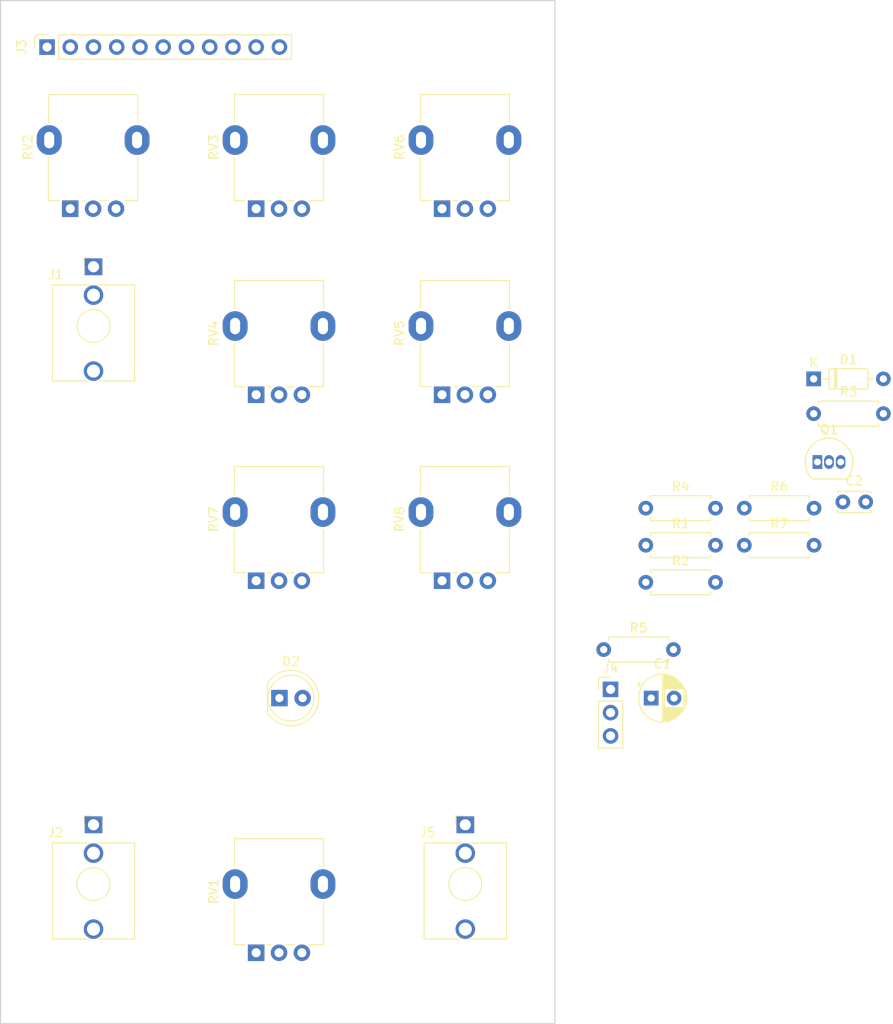
<source format=kicad_pcb>
(kicad_pcb (version 20171130) (host pcbnew 5.1.4-e60b266~84~ubuntu19.04.1)

  (general
    (thickness 1.6)
    (drawings 4)
    (tracks 0)
    (zones 0)
    (modules 25)
    (nets 34)
  )

  (page A4)
  (title_block
    (title Bass++)
    (date 2019-10-03)
    (rev 01)
    (comment 1 "Original design by Thomas Henry")
    (comment 2 "PCB for mount circuit")
    (comment 4 "License CC BY 4.0 - Attribution 4.0 International")
  )

  (layers
    (0 F.Cu signal)
    (31 B.Cu signal)
    (32 B.Adhes user)
    (33 F.Adhes user)
    (34 B.Paste user)
    (35 F.Paste user)
    (36 B.SilkS user)
    (37 F.SilkS user)
    (38 B.Mask user)
    (39 F.Mask user)
    (40 Dwgs.User user)
    (41 Cmts.User user)
    (42 Eco1.User user)
    (43 Eco2.User user)
    (44 Edge.Cuts user)
    (45 Margin user)
    (46 B.CrtYd user)
    (47 F.CrtYd user)
    (48 B.Fab user)
    (49 F.Fab user)
  )

  (setup
    (last_trace_width 0.25)
    (trace_clearance 0.2)
    (zone_clearance 0.508)
    (zone_45_only no)
    (trace_min 0.2)
    (via_size 0.8)
    (via_drill 0.4)
    (via_min_size 0.4)
    (via_min_drill 0.3)
    (uvia_size 0.3)
    (uvia_drill 0.1)
    (uvias_allowed no)
    (uvia_min_size 0.2)
    (uvia_min_drill 0.1)
    (edge_width 0.05)
    (segment_width 0.2)
    (pcb_text_width 0.3)
    (pcb_text_size 1.5 1.5)
    (mod_edge_width 0.12)
    (mod_text_size 1 1)
    (mod_text_width 0.15)
    (pad_size 1.524 1.524)
    (pad_drill 0.762)
    (pad_to_mask_clearance 0.051)
    (solder_mask_min_width 0.25)
    (aux_axis_origin 0 0)
    (visible_elements FFFFFF7F)
    (pcbplotparams
      (layerselection 0x010fc_ffffffff)
      (usegerberextensions false)
      (usegerberattributes false)
      (usegerberadvancedattributes false)
      (creategerberjobfile false)
      (excludeedgelayer true)
      (linewidth 0.100000)
      (plotframeref false)
      (viasonmask false)
      (mode 1)
      (useauxorigin false)
      (hpglpennumber 1)
      (hpglpenspeed 20)
      (hpglpendiameter 15.000000)
      (psnegative false)
      (psa4output false)
      (plotreference true)
      (plotvalue true)
      (plotinvisibletext false)
      (padsonsilk false)
      (subtractmaskfromsilk false)
      (outputformat 1)
      (mirror false)
      (drillshape 1)
      (scaleselection 1)
      (outputdirectory ""))
  )

  (net 0 "")
  (net 1 "Net-(C1-Pad2)")
  (net 2 "Net-(C1-Pad1)")
  (net 3 GND)
  (net 4 "Net-(C2-Pad1)")
  (net 5 /PULSE)
  (net 6 +15V)
  (net 7 "Net-(D2-Pad1)")
  (net 8 "Net-(J1-PadT)")
  (net 9 /TRIGGER)
  (net 10 /ShellVolume)
  (net 11 /OUT)
  (net 12 /ImpactTone)
  (net 13 /ImpactVolume2)
  (net 14 /Shell)
  (net 15 /ImpactVolume1)
  (net 16 /SENSITIVITY)
  (net 17 /DECAY)
  (net 18 /CV1)
  (net 19 /CV2)
  (net 20 -15V)
  (net 21 "Net-(Q1-Pad2)")
  (net 22 "Net-(R1-Pad2)")
  (net 23 "Net-(R2-Pad2)")
  (net 24 "Net-(R3-Pad2)")
  (net 25 "Net-(R3-Pad1)")
  (net 26 "Net-(R4-Pad2)")
  (net 27 "Net-(R5-Pad2)")
  (net 28 "Net-(R6-Pad2)")
  (net 29 "Net-(RV2-Pad2)")
  (net 30 "Net-(RV2-Pad1)")
  (net 31 "Net-(RV3-Pad1)")
  (net 32 "Net-(RV6-Pad2)")
  (net 33 "Net-(RV8-Pad2)")

  (net_class Default "This is the default net class."
    (clearance 0.2)
    (trace_width 0.25)
    (via_dia 0.8)
    (via_drill 0.4)
    (uvia_dia 0.3)
    (uvia_drill 0.1)
    (add_net +15V)
    (add_net -15V)
    (add_net /CV1)
    (add_net /CV2)
    (add_net /DECAY)
    (add_net /ImpactTone)
    (add_net /ImpactVolume1)
    (add_net /ImpactVolume2)
    (add_net /OUT)
    (add_net /PULSE)
    (add_net /SENSITIVITY)
    (add_net /Shell)
    (add_net /ShellVolume)
    (add_net /TRIGGER)
    (add_net GND)
    (add_net "Net-(C1-Pad1)")
    (add_net "Net-(C1-Pad2)")
    (add_net "Net-(C2-Pad1)")
    (add_net "Net-(D2-Pad1)")
    (add_net "Net-(J1-PadT)")
    (add_net "Net-(Q1-Pad2)")
    (add_net "Net-(R1-Pad2)")
    (add_net "Net-(R2-Pad2)")
    (add_net "Net-(R3-Pad1)")
    (add_net "Net-(R3-Pad2)")
    (add_net "Net-(R4-Pad2)")
    (add_net "Net-(R5-Pad2)")
    (add_net "Net-(R6-Pad2)")
    (add_net "Net-(RV2-Pad1)")
    (add_net "Net-(RV2-Pad2)")
    (add_net "Net-(RV3-Pad1)")
    (add_net "Net-(RV6-Pad2)")
    (add_net "Net-(RV8-Pad2)")
  )

  (module elektrophon:Potentiometer_Alpha_RD901F-40-00D_Single_Vertical (layer F.Cu) (tedit 5D68379D) (tstamp 5D95F16B)
    (at 101.6 106.68 90)
    (descr "Potentiometer, vertical, 9mm, single, http://www.taiwanalpha.com.tw/downloads?target=products&id=113")
    (tags "potentiometer vertical 9mm single")
    (path /5CD0D5AC)
    (fp_text reference RV8 (at -0.79 -7.18 270) (layer F.SilkS)
      (effects (font (size 1 1) (thickness 0.15)))
    )
    (fp_text value 10k (at -7.5 7.32 270) (layer F.Fab)
      (effects (font (size 1 1) (thickness 0.15)))
    )
    (fp_line (start -6.62 1.62) (end -6.62 0.79) (layer F.SilkS) (width 0.12))
    (fp_line (start -6.62 -0.83) (end -6.62 -1.36) (layer F.SilkS) (width 0.12))
    (fp_line (start -6.62 -3.73) (end -6.62 -4.91) (layer F.SilkS) (width 0.12))
    (fp_line (start -6.62 4.83) (end -1.9 4.83) (layer F.SilkS) (width 0.12))
    (fp_line (start 1.91 -4.91) (end 4.97 -4.91) (layer F.SilkS) (width 0.12))
    (fp_line (start -6.5 4.71) (end 4.85 4.71) (layer F.Fab) (width 0.1))
    (fp_line (start -6.5 -4.79) (end 4.85 -4.79) (layer F.Fab) (width 0.1))
    (fp_line (start 4.85 4.71) (end 4.85 -4.79) (layer F.Fab) (width 0.1))
    (fp_line (start -6.5 4.71) (end -6.5 -4.79) (layer F.Fab) (width 0.1))
    (fp_circle (center 0 -0.04) (end 0 -3.54) (layer F.Fab) (width 0.1))
    (fp_line (start -6.62 -4.92) (end -1.9 -4.92) (layer F.SilkS) (width 0.12))
    (fp_line (start 1.91 4.83) (end 4.97 4.83) (layer F.SilkS) (width 0.12))
    (fp_line (start -6.62 4.83) (end -6.62 3.34) (layer F.SilkS) (width 0.12))
    (fp_line (start 4.97 4.83) (end 4.97 -4.91) (layer F.SilkS) (width 0.12))
    (fp_line (start 5.1 6.37) (end 5.1 -6.45) (layer F.CrtYd) (width 0.05))
    (fp_line (start 5.1 -6.45) (end -8.65 -6.45) (layer F.CrtYd) (width 0.05))
    (fp_line (start -8.65 -6.45) (end -8.65 6.37) (layer F.CrtYd) (width 0.05))
    (fp_line (start -8.65 6.37) (end 5.1 6.37) (layer F.CrtYd) (width 0.05))
    (fp_text user %R (at 0.12 0 90) (layer F.Fab)
      (effects (font (size 1 1) (thickness 0.15)))
    )
    (pad "" thru_hole oval (at 0 -4.84 180) (size 2.72 3.24) (drill oval 1.1 1.8) (layers *.Cu *.Mask))
    (pad "" thru_hole oval (at 0 4.76 180) (size 2.72 3.24) (drill oval 1.1 1.8) (layers *.Cu *.Mask))
    (pad 3 thru_hole circle (at -7.5 2.46 180) (size 1.8 1.8) (drill 1) (layers *.Cu *.Mask)
      (net 3 GND))
    (pad 2 thru_hole circle (at -7.5 -0.04 180) (size 1.8 1.8) (drill 1) (layers *.Cu *.Mask)
      (net 33 "Net-(RV8-Pad2)"))
    (pad 1 thru_hole rect (at -7.5 -2.54 180) (size 1.8 1.8) (drill 1) (layers *.Cu *.Mask)
      (net 2 "Net-(C1-Pad1)"))
    (model ${KISYS3DMOD}/Potentiometer_THT.3dshapes/Potentiometer_Alpha_RD901F-40-00D_Single_Vertical.wrl
      (at (xyz 0 0 0))
      (scale (xyz 1 1 1))
      (rotate (xyz 0 0 0))
    )
    (model /home/etienne/Projects/elektrophon/lib/kicad/models/ALPHA-RD901F-40.step
      (at (xyz 0 0 0))
      (scale (xyz 1 1 1))
      (rotate (xyz 0 0 90))
    )
  )

  (module elektrophon:Potentiometer_Alpha_RD901F-40-00D_Single_Vertical (layer F.Cu) (tedit 5D68379D) (tstamp 5D95F14F)
    (at 81.28 106.68 90)
    (descr "Potentiometer, vertical, 9mm, single, http://www.taiwanalpha.com.tw/downloads?target=products&id=113")
    (tags "potentiometer vertical 9mm single")
    (path /5CD0DEE3)
    (fp_text reference RV7 (at -0.79 -7.18 270) (layer F.SilkS)
      (effects (font (size 1 1) (thickness 0.15)))
    )
    (fp_text value 100k (at -7.5 7.32 270) (layer F.Fab)
      (effects (font (size 1 1) (thickness 0.15)))
    )
    (fp_line (start -6.62 1.62) (end -6.62 0.79) (layer F.SilkS) (width 0.12))
    (fp_line (start -6.62 -0.83) (end -6.62 -1.36) (layer F.SilkS) (width 0.12))
    (fp_line (start -6.62 -3.73) (end -6.62 -4.91) (layer F.SilkS) (width 0.12))
    (fp_line (start -6.62 4.83) (end -1.9 4.83) (layer F.SilkS) (width 0.12))
    (fp_line (start 1.91 -4.91) (end 4.97 -4.91) (layer F.SilkS) (width 0.12))
    (fp_line (start -6.5 4.71) (end 4.85 4.71) (layer F.Fab) (width 0.1))
    (fp_line (start -6.5 -4.79) (end 4.85 -4.79) (layer F.Fab) (width 0.1))
    (fp_line (start 4.85 4.71) (end 4.85 -4.79) (layer F.Fab) (width 0.1))
    (fp_line (start -6.5 4.71) (end -6.5 -4.79) (layer F.Fab) (width 0.1))
    (fp_circle (center 0 -0.04) (end 0 -3.54) (layer F.Fab) (width 0.1))
    (fp_line (start -6.62 -4.92) (end -1.9 -4.92) (layer F.SilkS) (width 0.12))
    (fp_line (start 1.91 4.83) (end 4.97 4.83) (layer F.SilkS) (width 0.12))
    (fp_line (start -6.62 4.83) (end -6.62 3.34) (layer F.SilkS) (width 0.12))
    (fp_line (start 4.97 4.83) (end 4.97 -4.91) (layer F.SilkS) (width 0.12))
    (fp_line (start 5.1 6.37) (end 5.1 -6.45) (layer F.CrtYd) (width 0.05))
    (fp_line (start 5.1 -6.45) (end -8.65 -6.45) (layer F.CrtYd) (width 0.05))
    (fp_line (start -8.65 -6.45) (end -8.65 6.37) (layer F.CrtYd) (width 0.05))
    (fp_line (start -8.65 6.37) (end 5.1 6.37) (layer F.CrtYd) (width 0.05))
    (fp_text user %R (at 0.12 0 90) (layer F.Fab)
      (effects (font (size 1 1) (thickness 0.15)))
    )
    (pad "" thru_hole oval (at 0 -4.84 180) (size 2.72 3.24) (drill oval 1.1 1.8) (layers *.Cu *.Mask))
    (pad "" thru_hole oval (at 0 4.76 180) (size 2.72 3.24) (drill oval 1.1 1.8) (layers *.Cu *.Mask))
    (pad 3 thru_hole circle (at -7.5 2.46 180) (size 1.8 1.8) (drill 1) (layers *.Cu *.Mask)
      (net 13 /ImpactVolume2))
    (pad 2 thru_hole circle (at -7.5 -0.04 180) (size 1.8 1.8) (drill 1) (layers *.Cu *.Mask)
      (net 1 "Net-(C1-Pad2)"))
    (pad 1 thru_hole rect (at -7.5 -2.54 180) (size 1.8 1.8) (drill 1) (layers *.Cu *.Mask)
      (net 15 /ImpactVolume1))
    (model ${KISYS3DMOD}/Potentiometer_THT.3dshapes/Potentiometer_Alpha_RD901F-40-00D_Single_Vertical.wrl
      (at (xyz 0 0 0))
      (scale (xyz 1 1 1))
      (rotate (xyz 0 0 0))
    )
    (model /home/etienne/Projects/elektrophon/lib/kicad/models/ALPHA-RD901F-40.step
      (at (xyz 0 0 0))
      (scale (xyz 1 1 1))
      (rotate (xyz 0 0 90))
    )
  )

  (module elektrophon:Potentiometer_Alpha_RD901F-40-00D_Single_Vertical (layer F.Cu) (tedit 5D68379D) (tstamp 5D95F133)
    (at 101.6 66.04 90)
    (descr "Potentiometer, vertical, 9mm, single, http://www.taiwanalpha.com.tw/downloads?target=products&id=113")
    (tags "potentiometer vertical 9mm single")
    (path /5CD0E407)
    (fp_text reference RV6 (at -0.79 -7.18 270) (layer F.SilkS)
      (effects (font (size 1 1) (thickness 0.15)))
    )
    (fp_text value 100k (at -7.5 7.32 270) (layer F.Fab)
      (effects (font (size 1 1) (thickness 0.15)))
    )
    (fp_line (start -6.62 1.62) (end -6.62 0.79) (layer F.SilkS) (width 0.12))
    (fp_line (start -6.62 -0.83) (end -6.62 -1.36) (layer F.SilkS) (width 0.12))
    (fp_line (start -6.62 -3.73) (end -6.62 -4.91) (layer F.SilkS) (width 0.12))
    (fp_line (start -6.62 4.83) (end -1.9 4.83) (layer F.SilkS) (width 0.12))
    (fp_line (start 1.91 -4.91) (end 4.97 -4.91) (layer F.SilkS) (width 0.12))
    (fp_line (start -6.5 4.71) (end 4.85 4.71) (layer F.Fab) (width 0.1))
    (fp_line (start -6.5 -4.79) (end 4.85 -4.79) (layer F.Fab) (width 0.1))
    (fp_line (start 4.85 4.71) (end 4.85 -4.79) (layer F.Fab) (width 0.1))
    (fp_line (start -6.5 4.71) (end -6.5 -4.79) (layer F.Fab) (width 0.1))
    (fp_circle (center 0 -0.04) (end 0 -3.54) (layer F.Fab) (width 0.1))
    (fp_line (start -6.62 -4.92) (end -1.9 -4.92) (layer F.SilkS) (width 0.12))
    (fp_line (start 1.91 4.83) (end 4.97 4.83) (layer F.SilkS) (width 0.12))
    (fp_line (start -6.62 4.83) (end -6.62 3.34) (layer F.SilkS) (width 0.12))
    (fp_line (start 4.97 4.83) (end 4.97 -4.91) (layer F.SilkS) (width 0.12))
    (fp_line (start 5.1 6.37) (end 5.1 -6.45) (layer F.CrtYd) (width 0.05))
    (fp_line (start 5.1 -6.45) (end -8.65 -6.45) (layer F.CrtYd) (width 0.05))
    (fp_line (start -8.65 -6.45) (end -8.65 6.37) (layer F.CrtYd) (width 0.05))
    (fp_line (start -8.65 6.37) (end 5.1 6.37) (layer F.CrtYd) (width 0.05))
    (fp_text user %R (at 0.12 0 90) (layer F.Fab)
      (effects (font (size 1 1) (thickness 0.15)))
    )
    (pad "" thru_hole oval (at 0 -4.84 180) (size 2.72 3.24) (drill oval 1.1 1.8) (layers *.Cu *.Mask))
    (pad "" thru_hole oval (at 0 4.76 180) (size 2.72 3.24) (drill oval 1.1 1.8) (layers *.Cu *.Mask))
    (pad 3 thru_hole circle (at -7.5 2.46 180) (size 1.8 1.8) (drill 1) (layers *.Cu *.Mask)
      (net 3 GND))
    (pad 2 thru_hole circle (at -7.5 -0.04 180) (size 1.8 1.8) (drill 1) (layers *.Cu *.Mask)
      (net 32 "Net-(RV6-Pad2)"))
    (pad 1 thru_hole rect (at -7.5 -2.54 180) (size 1.8 1.8) (drill 1) (layers *.Cu *.Mask)
      (net 14 /Shell))
    (model ${KISYS3DMOD}/Potentiometer_THT.3dshapes/Potentiometer_Alpha_RD901F-40-00D_Single_Vertical.wrl
      (at (xyz 0 0 0))
      (scale (xyz 1 1 1))
      (rotate (xyz 0 0 0))
    )
    (model /home/etienne/Projects/elektrophon/lib/kicad/models/ALPHA-RD901F-40.step
      (at (xyz 0 0 0))
      (scale (xyz 1 1 1))
      (rotate (xyz 0 0 90))
    )
  )

  (module elektrophon:Potentiometer_Alpha_RD901F-40-00D_Single_Vertical (layer F.Cu) (tedit 5D68379D) (tstamp 5D95F117)
    (at 101.6 86.36 90)
    (descr "Potentiometer, vertical, 9mm, single, http://www.taiwanalpha.com.tw/downloads?target=products&id=113")
    (tags "potentiometer vertical 9mm single")
    (path /5CD0D21D)
    (fp_text reference RV5 (at -0.79 -7.18 270) (layer F.SilkS)
      (effects (font (size 1 1) (thickness 0.15)))
    )
    (fp_text value 100k (at -7.5 7.32 270) (layer F.Fab)
      (effects (font (size 1 1) (thickness 0.15)))
    )
    (fp_line (start -6.62 1.62) (end -6.62 0.79) (layer F.SilkS) (width 0.12))
    (fp_line (start -6.62 -0.83) (end -6.62 -1.36) (layer F.SilkS) (width 0.12))
    (fp_line (start -6.62 -3.73) (end -6.62 -4.91) (layer F.SilkS) (width 0.12))
    (fp_line (start -6.62 4.83) (end -1.9 4.83) (layer F.SilkS) (width 0.12))
    (fp_line (start 1.91 -4.91) (end 4.97 -4.91) (layer F.SilkS) (width 0.12))
    (fp_line (start -6.5 4.71) (end 4.85 4.71) (layer F.Fab) (width 0.1))
    (fp_line (start -6.5 -4.79) (end 4.85 -4.79) (layer F.Fab) (width 0.1))
    (fp_line (start 4.85 4.71) (end 4.85 -4.79) (layer F.Fab) (width 0.1))
    (fp_line (start -6.5 4.71) (end -6.5 -4.79) (layer F.Fab) (width 0.1))
    (fp_circle (center 0 -0.04) (end 0 -3.54) (layer F.Fab) (width 0.1))
    (fp_line (start -6.62 -4.92) (end -1.9 -4.92) (layer F.SilkS) (width 0.12))
    (fp_line (start 1.91 4.83) (end 4.97 4.83) (layer F.SilkS) (width 0.12))
    (fp_line (start -6.62 4.83) (end -6.62 3.34) (layer F.SilkS) (width 0.12))
    (fp_line (start 4.97 4.83) (end 4.97 -4.91) (layer F.SilkS) (width 0.12))
    (fp_line (start 5.1 6.37) (end 5.1 -6.45) (layer F.CrtYd) (width 0.05))
    (fp_line (start 5.1 -6.45) (end -8.65 -6.45) (layer F.CrtYd) (width 0.05))
    (fp_line (start -8.65 -6.45) (end -8.65 6.37) (layer F.CrtYd) (width 0.05))
    (fp_line (start -8.65 6.37) (end 5.1 6.37) (layer F.CrtYd) (width 0.05))
    (fp_text user %R (at 0.12 0 90) (layer F.Fab)
      (effects (font (size 1 1) (thickness 0.15)))
    )
    (pad "" thru_hole oval (at 0 -4.84 180) (size 2.72 3.24) (drill oval 1.1 1.8) (layers *.Cu *.Mask))
    (pad "" thru_hole oval (at 0 4.76 180) (size 2.72 3.24) (drill oval 1.1 1.8) (layers *.Cu *.Mask))
    (pad 3 thru_hole circle (at -7.5 2.46 180) (size 1.8 1.8) (drill 1) (layers *.Cu *.Mask)
      (net 28 "Net-(R6-Pad2)"))
    (pad 2 thru_hole circle (at -7.5 -0.04 180) (size 1.8 1.8) (drill 1) (layers *.Cu *.Mask)
      (net 27 "Net-(R5-Pad2)"))
    (pad 1 thru_hole rect (at -7.5 -2.54 180) (size 1.8 1.8) (drill 1) (layers *.Cu *.Mask)
      (net 6 +15V))
    (model ${KISYS3DMOD}/Potentiometer_THT.3dshapes/Potentiometer_Alpha_RD901F-40-00D_Single_Vertical.wrl
      (at (xyz 0 0 0))
      (scale (xyz 1 1 1))
      (rotate (xyz 0 0 0))
    )
    (model /home/etienne/Projects/elektrophon/lib/kicad/models/ALPHA-RD901F-40.step
      (at (xyz 0 0 0))
      (scale (xyz 1 1 1))
      (rotate (xyz 0 0 90))
    )
  )

  (module elektrophon:Potentiometer_Alpha_RD901F-40-00D_Single_Vertical (layer F.Cu) (tedit 5D68379D) (tstamp 5D95F0FB)
    (at 81.28 86.36 90)
    (descr "Potentiometer, vertical, 9mm, single, http://www.taiwanalpha.com.tw/downloads?target=products&id=113")
    (tags "potentiometer vertical 9mm single")
    (path /5CD0CE86)
    (fp_text reference RV4 (at -0.79 -7.18 270) (layer F.SilkS)
      (effects (font (size 1 1) (thickness 0.15)))
    )
    (fp_text value 100k (at -7.5 7.32 270) (layer F.Fab)
      (effects (font (size 1 1) (thickness 0.15)))
    )
    (fp_line (start -6.62 1.62) (end -6.62 0.79) (layer F.SilkS) (width 0.12))
    (fp_line (start -6.62 -0.83) (end -6.62 -1.36) (layer F.SilkS) (width 0.12))
    (fp_line (start -6.62 -3.73) (end -6.62 -4.91) (layer F.SilkS) (width 0.12))
    (fp_line (start -6.62 4.83) (end -1.9 4.83) (layer F.SilkS) (width 0.12))
    (fp_line (start 1.91 -4.91) (end 4.97 -4.91) (layer F.SilkS) (width 0.12))
    (fp_line (start -6.5 4.71) (end 4.85 4.71) (layer F.Fab) (width 0.1))
    (fp_line (start -6.5 -4.79) (end 4.85 -4.79) (layer F.Fab) (width 0.1))
    (fp_line (start 4.85 4.71) (end 4.85 -4.79) (layer F.Fab) (width 0.1))
    (fp_line (start -6.5 4.71) (end -6.5 -4.79) (layer F.Fab) (width 0.1))
    (fp_circle (center 0 -0.04) (end 0 -3.54) (layer F.Fab) (width 0.1))
    (fp_line (start -6.62 -4.92) (end -1.9 -4.92) (layer F.SilkS) (width 0.12))
    (fp_line (start 1.91 4.83) (end 4.97 4.83) (layer F.SilkS) (width 0.12))
    (fp_line (start -6.62 4.83) (end -6.62 3.34) (layer F.SilkS) (width 0.12))
    (fp_line (start 4.97 4.83) (end 4.97 -4.91) (layer F.SilkS) (width 0.12))
    (fp_line (start 5.1 6.37) (end 5.1 -6.45) (layer F.CrtYd) (width 0.05))
    (fp_line (start 5.1 -6.45) (end -8.65 -6.45) (layer F.CrtYd) (width 0.05))
    (fp_line (start -8.65 -6.45) (end -8.65 6.37) (layer F.CrtYd) (width 0.05))
    (fp_line (start -8.65 6.37) (end 5.1 6.37) (layer F.CrtYd) (width 0.05))
    (fp_text user %R (at 0.12 0 90) (layer F.Fab)
      (effects (font (size 1 1) (thickness 0.15)))
    )
    (pad "" thru_hole oval (at 0 -4.84 180) (size 2.72 3.24) (drill oval 1.1 1.8) (layers *.Cu *.Mask))
    (pad "" thru_hole oval (at 0 4.76 180) (size 2.72 3.24) (drill oval 1.1 1.8) (layers *.Cu *.Mask))
    (pad 3 thru_hole circle (at -7.5 2.46 180) (size 1.8 1.8) (drill 1) (layers *.Cu *.Mask)
      (net 3 GND))
    (pad 2 thru_hole circle (at -7.5 -0.04 180) (size 1.8 1.8) (drill 1) (layers *.Cu *.Mask)
      (net 26 "Net-(R4-Pad2)"))
    (pad 1 thru_hole rect (at -7.5 -2.54 180) (size 1.8 1.8) (drill 1) (layers *.Cu *.Mask)
      (net 8 "Net-(J1-PadT)"))
    (model ${KISYS3DMOD}/Potentiometer_THT.3dshapes/Potentiometer_Alpha_RD901F-40-00D_Single_Vertical.wrl
      (at (xyz 0 0 0))
      (scale (xyz 1 1 1))
      (rotate (xyz 0 0 0))
    )
    (model /home/etienne/Projects/elektrophon/lib/kicad/models/ALPHA-RD901F-40.step
      (at (xyz 0 0 0))
      (scale (xyz 1 1 1))
      (rotate (xyz 0 0 90))
    )
  )

  (module elektrophon:Potentiometer_Alpha_RD901F-40-00D_Single_Vertical (layer F.Cu) (tedit 5D68379D) (tstamp 5D95F0DF)
    (at 81.28 66.04 90)
    (descr "Potentiometer, vertical, 9mm, single, http://www.taiwanalpha.com.tw/downloads?target=products&id=113")
    (tags "potentiometer vertical 9mm single")
    (path /5CD0C945)
    (fp_text reference RV3 (at -0.79 -7.18 270) (layer F.SilkS)
      (effects (font (size 1 1) (thickness 0.15)))
    )
    (fp_text value 10k (at -7.5 7.32 270) (layer F.Fab)
      (effects (font (size 1 1) (thickness 0.15)))
    )
    (fp_line (start -6.62 1.62) (end -6.62 0.79) (layer F.SilkS) (width 0.12))
    (fp_line (start -6.62 -0.83) (end -6.62 -1.36) (layer F.SilkS) (width 0.12))
    (fp_line (start -6.62 -3.73) (end -6.62 -4.91) (layer F.SilkS) (width 0.12))
    (fp_line (start -6.62 4.83) (end -1.9 4.83) (layer F.SilkS) (width 0.12))
    (fp_line (start 1.91 -4.91) (end 4.97 -4.91) (layer F.SilkS) (width 0.12))
    (fp_line (start -6.5 4.71) (end 4.85 4.71) (layer F.Fab) (width 0.1))
    (fp_line (start -6.5 -4.79) (end 4.85 -4.79) (layer F.Fab) (width 0.1))
    (fp_line (start 4.85 4.71) (end 4.85 -4.79) (layer F.Fab) (width 0.1))
    (fp_line (start -6.5 4.71) (end -6.5 -4.79) (layer F.Fab) (width 0.1))
    (fp_circle (center 0 -0.04) (end 0 -3.54) (layer F.Fab) (width 0.1))
    (fp_line (start -6.62 -4.92) (end -1.9 -4.92) (layer F.SilkS) (width 0.12))
    (fp_line (start 1.91 4.83) (end 4.97 4.83) (layer F.SilkS) (width 0.12))
    (fp_line (start -6.62 4.83) (end -6.62 3.34) (layer F.SilkS) (width 0.12))
    (fp_line (start 4.97 4.83) (end 4.97 -4.91) (layer F.SilkS) (width 0.12))
    (fp_line (start 5.1 6.37) (end 5.1 -6.45) (layer F.CrtYd) (width 0.05))
    (fp_line (start 5.1 -6.45) (end -8.65 -6.45) (layer F.CrtYd) (width 0.05))
    (fp_line (start -8.65 -6.45) (end -8.65 6.37) (layer F.CrtYd) (width 0.05))
    (fp_line (start -8.65 6.37) (end 5.1 6.37) (layer F.CrtYd) (width 0.05))
    (fp_text user %R (at 0.12 0 90) (layer F.Fab)
      (effects (font (size 1 1) (thickness 0.15)))
    )
    (pad "" thru_hole oval (at 0 -4.84 180) (size 2.72 3.24) (drill oval 1.1 1.8) (layers *.Cu *.Mask))
    (pad "" thru_hole oval (at 0 4.76 180) (size 2.72 3.24) (drill oval 1.1 1.8) (layers *.Cu *.Mask))
    (pad 3 thru_hole circle (at -7.5 2.46 180) (size 1.8 1.8) (drill 1) (layers *.Cu *.Mask)
      (net 3 GND))
    (pad 2 thru_hole circle (at -7.5 -0.04 180) (size 1.8 1.8) (drill 1) (layers *.Cu *.Mask)
      (net 24 "Net-(R3-Pad2)"))
    (pad 1 thru_hole rect (at -7.5 -2.54 180) (size 1.8 1.8) (drill 1) (layers *.Cu *.Mask)
      (net 31 "Net-(RV3-Pad1)"))
    (model ${KISYS3DMOD}/Potentiometer_THT.3dshapes/Potentiometer_Alpha_RD901F-40-00D_Single_Vertical.wrl
      (at (xyz 0 0 0))
      (scale (xyz 1 1 1))
      (rotate (xyz 0 0 0))
    )
    (model /home/etienne/Projects/elektrophon/lib/kicad/models/ALPHA-RD901F-40.step
      (at (xyz 0 0 0))
      (scale (xyz 1 1 1))
      (rotate (xyz 0 0 90))
    )
  )

  (module elektrophon:Potentiometer_Alpha_RD901F-40-00D_Single_Vertical (layer F.Cu) (tedit 5D68379D) (tstamp 5D95F0C3)
    (at 60.96 66.04 90)
    (descr "Potentiometer, vertical, 9mm, single, http://www.taiwanalpha.com.tw/downloads?target=products&id=113")
    (tags "potentiometer vertical 9mm single")
    (path /5CD0C492)
    (fp_text reference RV2 (at -0.79 -7.18 270) (layer F.SilkS)
      (effects (font (size 1 1) (thickness 0.15)))
    )
    (fp_text value 500k (at -7.5 7.32 270) (layer F.Fab)
      (effects (font (size 1 1) (thickness 0.15)))
    )
    (fp_line (start -6.62 1.62) (end -6.62 0.79) (layer F.SilkS) (width 0.12))
    (fp_line (start -6.62 -0.83) (end -6.62 -1.36) (layer F.SilkS) (width 0.12))
    (fp_line (start -6.62 -3.73) (end -6.62 -4.91) (layer F.SilkS) (width 0.12))
    (fp_line (start -6.62 4.83) (end -1.9 4.83) (layer F.SilkS) (width 0.12))
    (fp_line (start 1.91 -4.91) (end 4.97 -4.91) (layer F.SilkS) (width 0.12))
    (fp_line (start -6.5 4.71) (end 4.85 4.71) (layer F.Fab) (width 0.1))
    (fp_line (start -6.5 -4.79) (end 4.85 -4.79) (layer F.Fab) (width 0.1))
    (fp_line (start 4.85 4.71) (end 4.85 -4.79) (layer F.Fab) (width 0.1))
    (fp_line (start -6.5 4.71) (end -6.5 -4.79) (layer F.Fab) (width 0.1))
    (fp_circle (center 0 -0.04) (end 0 -3.54) (layer F.Fab) (width 0.1))
    (fp_line (start -6.62 -4.92) (end -1.9 -4.92) (layer F.SilkS) (width 0.12))
    (fp_line (start 1.91 4.83) (end 4.97 4.83) (layer F.SilkS) (width 0.12))
    (fp_line (start -6.62 4.83) (end -6.62 3.34) (layer F.SilkS) (width 0.12))
    (fp_line (start 4.97 4.83) (end 4.97 -4.91) (layer F.SilkS) (width 0.12))
    (fp_line (start 5.1 6.37) (end 5.1 -6.45) (layer F.CrtYd) (width 0.05))
    (fp_line (start 5.1 -6.45) (end -8.65 -6.45) (layer F.CrtYd) (width 0.05))
    (fp_line (start -8.65 -6.45) (end -8.65 6.37) (layer F.CrtYd) (width 0.05))
    (fp_line (start -8.65 6.37) (end 5.1 6.37) (layer F.CrtYd) (width 0.05))
    (fp_text user %R (at 0.12 0 90) (layer F.Fab)
      (effects (font (size 1 1) (thickness 0.15)))
    )
    (pad "" thru_hole oval (at 0 -4.84 180) (size 2.72 3.24) (drill oval 1.1 1.8) (layers *.Cu *.Mask))
    (pad "" thru_hole oval (at 0 4.76 180) (size 2.72 3.24) (drill oval 1.1 1.8) (layers *.Cu *.Mask))
    (pad 3 thru_hole circle (at -7.5 2.46 180) (size 1.8 1.8) (drill 1) (layers *.Cu *.Mask)
      (net 3 GND))
    (pad 2 thru_hole circle (at -7.5 -0.04 180) (size 1.8 1.8) (drill 1) (layers *.Cu *.Mask)
      (net 29 "Net-(RV2-Pad2)"))
    (pad 1 thru_hole rect (at -7.5 -2.54 180) (size 1.8 1.8) (drill 1) (layers *.Cu *.Mask)
      (net 30 "Net-(RV2-Pad1)"))
    (model ${KISYS3DMOD}/Potentiometer_THT.3dshapes/Potentiometer_Alpha_RD901F-40-00D_Single_Vertical.wrl
      (at (xyz 0 0 0))
      (scale (xyz 1 1 1))
      (rotate (xyz 0 0 0))
    )
    (model /home/etienne/Projects/elektrophon/lib/kicad/models/ALPHA-RD901F-40.step
      (at (xyz 0 0 0))
      (scale (xyz 1 1 1))
      (rotate (xyz 0 0 90))
    )
  )

  (module elektrophon:Potentiometer_Alpha_RD901F-40-00D_Single_Vertical (layer F.Cu) (tedit 5D68379D) (tstamp 5D95F0A7)
    (at 81.28 147.32 90)
    (descr "Potentiometer, vertical, 9mm, single, http://www.taiwanalpha.com.tw/downloads?target=products&id=113")
    (tags "potentiometer vertical 9mm single")
    (path /5CD09063)
    (fp_text reference RV1 (at -0.79 -7.18 270) (layer F.SilkS)
      (effects (font (size 1 1) (thickness 0.15)))
    )
    (fp_text value 10k (at -7.5 7.32 270) (layer F.Fab)
      (effects (font (size 1 1) (thickness 0.15)))
    )
    (fp_line (start -6.62 1.62) (end -6.62 0.79) (layer F.SilkS) (width 0.12))
    (fp_line (start -6.62 -0.83) (end -6.62 -1.36) (layer F.SilkS) (width 0.12))
    (fp_line (start -6.62 -3.73) (end -6.62 -4.91) (layer F.SilkS) (width 0.12))
    (fp_line (start -6.62 4.83) (end -1.9 4.83) (layer F.SilkS) (width 0.12))
    (fp_line (start 1.91 -4.91) (end 4.97 -4.91) (layer F.SilkS) (width 0.12))
    (fp_line (start -6.5 4.71) (end 4.85 4.71) (layer F.Fab) (width 0.1))
    (fp_line (start -6.5 -4.79) (end 4.85 -4.79) (layer F.Fab) (width 0.1))
    (fp_line (start 4.85 4.71) (end 4.85 -4.79) (layer F.Fab) (width 0.1))
    (fp_line (start -6.5 4.71) (end -6.5 -4.79) (layer F.Fab) (width 0.1))
    (fp_circle (center 0 -0.04) (end 0 -3.54) (layer F.Fab) (width 0.1))
    (fp_line (start -6.62 -4.92) (end -1.9 -4.92) (layer F.SilkS) (width 0.12))
    (fp_line (start 1.91 4.83) (end 4.97 4.83) (layer F.SilkS) (width 0.12))
    (fp_line (start -6.62 4.83) (end -6.62 3.34) (layer F.SilkS) (width 0.12))
    (fp_line (start 4.97 4.83) (end 4.97 -4.91) (layer F.SilkS) (width 0.12))
    (fp_line (start 5.1 6.37) (end 5.1 -6.45) (layer F.CrtYd) (width 0.05))
    (fp_line (start 5.1 -6.45) (end -8.65 -6.45) (layer F.CrtYd) (width 0.05))
    (fp_line (start -8.65 -6.45) (end -8.65 6.37) (layer F.CrtYd) (width 0.05))
    (fp_line (start -8.65 6.37) (end 5.1 6.37) (layer F.CrtYd) (width 0.05))
    (fp_text user %R (at 0.12 0 90) (layer F.Fab)
      (effects (font (size 1 1) (thickness 0.15)))
    )
    (pad "" thru_hole oval (at 0 -4.84 180) (size 2.72 3.24) (drill oval 1.1 1.8) (layers *.Cu *.Mask))
    (pad "" thru_hole oval (at 0 4.76 180) (size 2.72 3.24) (drill oval 1.1 1.8) (layers *.Cu *.Mask))
    (pad 3 thru_hole circle (at -7.5 2.46 180) (size 1.8 1.8) (drill 1) (layers *.Cu *.Mask)
      (net 23 "Net-(R2-Pad2)"))
    (pad 2 thru_hole circle (at -7.5 -0.04 180) (size 1.8 1.8) (drill 1) (layers *.Cu *.Mask)
      (net 16 /SENSITIVITY))
    (pad 1 thru_hole rect (at -7.5 -2.54 180) (size 1.8 1.8) (drill 1) (layers *.Cu *.Mask)
      (net 22 "Net-(R1-Pad2)"))
    (model ${KISYS3DMOD}/Potentiometer_THT.3dshapes/Potentiometer_Alpha_RD901F-40-00D_Single_Vertical.wrl
      (at (xyz 0 0 0))
      (scale (xyz 1 1 1))
      (rotate (xyz 0 0 0))
    )
    (model /home/etienne/Projects/elektrophon/lib/kicad/models/ALPHA-RD901F-40.step
      (at (xyz 0 0 0))
      (scale (xyz 1 1 1))
      (rotate (xyz 0 0 90))
    )
  )

  (module Resistor_THT:R_Axial_DIN0207_L6.3mm_D2.5mm_P7.62mm_Horizontal (layer F.Cu) (tedit 5AE5139B) (tstamp 5D95F08B)
    (at 132.100225 110.3)
    (descr "Resistor, Axial_DIN0207 series, Axial, Horizontal, pin pitch=7.62mm, 0.25W = 1/4W, length*diameter=6.3*2.5mm^2, http://cdn-reichelt.de/documents/datenblatt/B400/1_4W%23YAG.pdf")
    (tags "Resistor Axial_DIN0207 series Axial Horizontal pin pitch 7.62mm 0.25W = 1/4W length 6.3mm diameter 2.5mm")
    (path /5D08E444)
    (fp_text reference R7 (at 3.81 -2.37) (layer F.SilkS)
      (effects (font (size 1 1) (thickness 0.15)))
    )
    (fp_text value 220k (at 3.81 2.37) (layer F.Fab)
      (effects (font (size 1 1) (thickness 0.15)))
    )
    (fp_text user %R (at 3.81 0) (layer F.Fab)
      (effects (font (size 1 1) (thickness 0.15)))
    )
    (fp_line (start 8.67 -1.5) (end -1.05 -1.5) (layer F.CrtYd) (width 0.05))
    (fp_line (start 8.67 1.5) (end 8.67 -1.5) (layer F.CrtYd) (width 0.05))
    (fp_line (start -1.05 1.5) (end 8.67 1.5) (layer F.CrtYd) (width 0.05))
    (fp_line (start -1.05 -1.5) (end -1.05 1.5) (layer F.CrtYd) (width 0.05))
    (fp_line (start 7.08 1.37) (end 7.08 1.04) (layer F.SilkS) (width 0.12))
    (fp_line (start 0.54 1.37) (end 7.08 1.37) (layer F.SilkS) (width 0.12))
    (fp_line (start 0.54 1.04) (end 0.54 1.37) (layer F.SilkS) (width 0.12))
    (fp_line (start 7.08 -1.37) (end 7.08 -1.04) (layer F.SilkS) (width 0.12))
    (fp_line (start 0.54 -1.37) (end 7.08 -1.37) (layer F.SilkS) (width 0.12))
    (fp_line (start 0.54 -1.04) (end 0.54 -1.37) (layer F.SilkS) (width 0.12))
    (fp_line (start 7.62 0) (end 6.96 0) (layer F.Fab) (width 0.1))
    (fp_line (start 0 0) (end 0.66 0) (layer F.Fab) (width 0.1))
    (fp_line (start 6.96 -1.25) (end 0.66 -1.25) (layer F.Fab) (width 0.1))
    (fp_line (start 6.96 1.25) (end 6.96 -1.25) (layer F.Fab) (width 0.1))
    (fp_line (start 0.66 1.25) (end 6.96 1.25) (layer F.Fab) (width 0.1))
    (fp_line (start 0.66 -1.25) (end 0.66 1.25) (layer F.Fab) (width 0.1))
    (pad 2 thru_hole oval (at 7.62 0) (size 1.6 1.6) (drill 0.8) (layers *.Cu *.Mask)
      (net 4 "Net-(C2-Pad1)"))
    (pad 1 thru_hole circle (at 0 0) (size 1.6 1.6) (drill 0.8) (layers *.Cu *.Mask)
      (net 21 "Net-(Q1-Pad2)"))
    (model ${KISYS3DMOD}/Resistor_THT.3dshapes/R_Axial_DIN0207_L6.3mm_D2.5mm_P7.62mm_Horizontal.wrl
      (at (xyz 0 0 0))
      (scale (xyz 1 1 1))
      (rotate (xyz 0 0 0))
    )
  )

  (module Resistor_THT:R_Axial_DIN0207_L6.3mm_D2.5mm_P7.62mm_Horizontal (layer F.Cu) (tedit 5AE5139B) (tstamp 5D95F074)
    (at 132.100225 106.25)
    (descr "Resistor, Axial_DIN0207 series, Axial, Horizontal, pin pitch=7.62mm, 0.25W = 1/4W, length*diameter=6.3*2.5mm^2, http://cdn-reichelt.de/documents/datenblatt/B400/1_4W%23YAG.pdf")
    (tags "Resistor Axial_DIN0207 series Axial Horizontal pin pitch 7.62mm 0.25W = 1/4W length 6.3mm diameter 2.5mm")
    (path /5D12018E)
    (fp_text reference R6 (at 3.81 -2.37) (layer F.SilkS)
      (effects (font (size 1 1) (thickness 0.15)))
    )
    (fp_text value 3k3 (at 3.81 2.37) (layer F.Fab)
      (effects (font (size 1 1) (thickness 0.15)))
    )
    (fp_text user %R (at 3.81 0) (layer F.Fab)
      (effects (font (size 1 1) (thickness 0.15)))
    )
    (fp_line (start 8.67 -1.5) (end -1.05 -1.5) (layer F.CrtYd) (width 0.05))
    (fp_line (start 8.67 1.5) (end 8.67 -1.5) (layer F.CrtYd) (width 0.05))
    (fp_line (start -1.05 1.5) (end 8.67 1.5) (layer F.CrtYd) (width 0.05))
    (fp_line (start -1.05 -1.5) (end -1.05 1.5) (layer F.CrtYd) (width 0.05))
    (fp_line (start 7.08 1.37) (end 7.08 1.04) (layer F.SilkS) (width 0.12))
    (fp_line (start 0.54 1.37) (end 7.08 1.37) (layer F.SilkS) (width 0.12))
    (fp_line (start 0.54 1.04) (end 0.54 1.37) (layer F.SilkS) (width 0.12))
    (fp_line (start 7.08 -1.37) (end 7.08 -1.04) (layer F.SilkS) (width 0.12))
    (fp_line (start 0.54 -1.37) (end 7.08 -1.37) (layer F.SilkS) (width 0.12))
    (fp_line (start 0.54 -1.04) (end 0.54 -1.37) (layer F.SilkS) (width 0.12))
    (fp_line (start 7.62 0) (end 6.96 0) (layer F.Fab) (width 0.1))
    (fp_line (start 0 0) (end 0.66 0) (layer F.Fab) (width 0.1))
    (fp_line (start 6.96 -1.25) (end 0.66 -1.25) (layer F.Fab) (width 0.1))
    (fp_line (start 6.96 1.25) (end 6.96 -1.25) (layer F.Fab) (width 0.1))
    (fp_line (start 0.66 1.25) (end 6.96 1.25) (layer F.Fab) (width 0.1))
    (fp_line (start 0.66 -1.25) (end 0.66 1.25) (layer F.Fab) (width 0.1))
    (pad 2 thru_hole oval (at 7.62 0) (size 1.6 1.6) (drill 0.8) (layers *.Cu *.Mask)
      (net 28 "Net-(R6-Pad2)"))
    (pad 1 thru_hole circle (at 0 0) (size 1.6 1.6) (drill 0.8) (layers *.Cu *.Mask)
      (net 3 GND))
    (model ${KISYS3DMOD}/Resistor_THT.3dshapes/R_Axial_DIN0207_L6.3mm_D2.5mm_P7.62mm_Horizontal.wrl
      (at (xyz 0 0 0))
      (scale (xyz 1 1 1))
      (rotate (xyz 0 0 0))
    )
  )

  (module Resistor_THT:R_Axial_DIN0207_L6.3mm_D2.5mm_P7.62mm_Horizontal (layer F.Cu) (tedit 5AE5139B) (tstamp 5D95F05D)
    (at 116.730225 121.7)
    (descr "Resistor, Axial_DIN0207 series, Axial, Horizontal, pin pitch=7.62mm, 0.25W = 1/4W, length*diameter=6.3*2.5mm^2, http://cdn-reichelt.de/documents/datenblatt/B400/1_4W%23YAG.pdf")
    (tags "Resistor Axial_DIN0207 series Axial Horizontal pin pitch 7.62mm 0.25W = 1/4W length 6.3mm diameter 2.5mm")
    (path /5CF54F83)
    (fp_text reference R5 (at 3.81 -2.37) (layer F.SilkS)
      (effects (font (size 1 1) (thickness 0.15)))
    )
    (fp_text value 27k (at 3.81 2.37) (layer F.Fab)
      (effects (font (size 1 1) (thickness 0.15)))
    )
    (fp_text user %R (at 3.81 0) (layer F.Fab)
      (effects (font (size 1 1) (thickness 0.15)))
    )
    (fp_line (start 8.67 -1.5) (end -1.05 -1.5) (layer F.CrtYd) (width 0.05))
    (fp_line (start 8.67 1.5) (end 8.67 -1.5) (layer F.CrtYd) (width 0.05))
    (fp_line (start -1.05 1.5) (end 8.67 1.5) (layer F.CrtYd) (width 0.05))
    (fp_line (start -1.05 -1.5) (end -1.05 1.5) (layer F.CrtYd) (width 0.05))
    (fp_line (start 7.08 1.37) (end 7.08 1.04) (layer F.SilkS) (width 0.12))
    (fp_line (start 0.54 1.37) (end 7.08 1.37) (layer F.SilkS) (width 0.12))
    (fp_line (start 0.54 1.04) (end 0.54 1.37) (layer F.SilkS) (width 0.12))
    (fp_line (start 7.08 -1.37) (end 7.08 -1.04) (layer F.SilkS) (width 0.12))
    (fp_line (start 0.54 -1.37) (end 7.08 -1.37) (layer F.SilkS) (width 0.12))
    (fp_line (start 0.54 -1.04) (end 0.54 -1.37) (layer F.SilkS) (width 0.12))
    (fp_line (start 7.62 0) (end 6.96 0) (layer F.Fab) (width 0.1))
    (fp_line (start 0 0) (end 0.66 0) (layer F.Fab) (width 0.1))
    (fp_line (start 6.96 -1.25) (end 0.66 -1.25) (layer F.Fab) (width 0.1))
    (fp_line (start 6.96 1.25) (end 6.96 -1.25) (layer F.Fab) (width 0.1))
    (fp_line (start 0.66 1.25) (end 6.96 1.25) (layer F.Fab) (width 0.1))
    (fp_line (start 0.66 -1.25) (end 0.66 1.25) (layer F.Fab) (width 0.1))
    (pad 2 thru_hole oval (at 7.62 0) (size 1.6 1.6) (drill 0.8) (layers *.Cu *.Mask)
      (net 27 "Net-(R5-Pad2)"))
    (pad 1 thru_hole circle (at 0 0) (size 1.6 1.6) (drill 0.8) (layers *.Cu *.Mask)
      (net 25 "Net-(R3-Pad1)"))
    (model ${KISYS3DMOD}/Resistor_THT.3dshapes/R_Axial_DIN0207_L6.3mm_D2.5mm_P7.62mm_Horizontal.wrl
      (at (xyz 0 0 0))
      (scale (xyz 1 1 1))
      (rotate (xyz 0 0 0))
    )
  )

  (module Resistor_THT:R_Axial_DIN0207_L6.3mm_D2.5mm_P7.62mm_Horizontal (layer F.Cu) (tedit 5AE5139B) (tstamp 5D95F046)
    (at 121.330225 106.25)
    (descr "Resistor, Axial_DIN0207 series, Axial, Horizontal, pin pitch=7.62mm, 0.25W = 1/4W, length*diameter=6.3*2.5mm^2, http://cdn-reichelt.de/documents/datenblatt/B400/1_4W%23YAG.pdf")
    (tags "Resistor Axial_DIN0207 series Axial Horizontal pin pitch 7.62mm 0.25W = 1/4W length 6.3mm diameter 2.5mm")
    (path /5CF4BDD9)
    (fp_text reference R4 (at 3.81 -2.37) (layer F.SilkS)
      (effects (font (size 1 1) (thickness 0.15)))
    )
    (fp_text value 56k (at 3.81 2.37) (layer F.Fab)
      (effects (font (size 1 1) (thickness 0.15)))
    )
    (fp_text user %R (at 3.81 0) (layer F.Fab)
      (effects (font (size 1 1) (thickness 0.15)))
    )
    (fp_line (start 8.67 -1.5) (end -1.05 -1.5) (layer F.CrtYd) (width 0.05))
    (fp_line (start 8.67 1.5) (end 8.67 -1.5) (layer F.CrtYd) (width 0.05))
    (fp_line (start -1.05 1.5) (end 8.67 1.5) (layer F.CrtYd) (width 0.05))
    (fp_line (start -1.05 -1.5) (end -1.05 1.5) (layer F.CrtYd) (width 0.05))
    (fp_line (start 7.08 1.37) (end 7.08 1.04) (layer F.SilkS) (width 0.12))
    (fp_line (start 0.54 1.37) (end 7.08 1.37) (layer F.SilkS) (width 0.12))
    (fp_line (start 0.54 1.04) (end 0.54 1.37) (layer F.SilkS) (width 0.12))
    (fp_line (start 7.08 -1.37) (end 7.08 -1.04) (layer F.SilkS) (width 0.12))
    (fp_line (start 0.54 -1.37) (end 7.08 -1.37) (layer F.SilkS) (width 0.12))
    (fp_line (start 0.54 -1.04) (end 0.54 -1.37) (layer F.SilkS) (width 0.12))
    (fp_line (start 7.62 0) (end 6.96 0) (layer F.Fab) (width 0.1))
    (fp_line (start 0 0) (end 0.66 0) (layer F.Fab) (width 0.1))
    (fp_line (start 6.96 -1.25) (end 0.66 -1.25) (layer F.Fab) (width 0.1))
    (fp_line (start 6.96 1.25) (end 6.96 -1.25) (layer F.Fab) (width 0.1))
    (fp_line (start 0.66 1.25) (end 6.96 1.25) (layer F.Fab) (width 0.1))
    (fp_line (start 0.66 -1.25) (end 0.66 1.25) (layer F.Fab) (width 0.1))
    (pad 2 thru_hole oval (at 7.62 0) (size 1.6 1.6) (drill 0.8) (layers *.Cu *.Mask)
      (net 26 "Net-(R4-Pad2)"))
    (pad 1 thru_hole circle (at 0 0) (size 1.6 1.6) (drill 0.8) (layers *.Cu *.Mask)
      (net 25 "Net-(R3-Pad1)"))
    (model ${KISYS3DMOD}/Resistor_THT.3dshapes/R_Axial_DIN0207_L6.3mm_D2.5mm_P7.62mm_Horizontal.wrl
      (at (xyz 0 0 0))
      (scale (xyz 1 1 1))
      (rotate (xyz 0 0 0))
    )
  )

  (module Resistor_THT:R_Axial_DIN0207_L6.3mm_D2.5mm_P7.62mm_Horizontal (layer F.Cu) (tedit 5AE5139B) (tstamp 5D95F02F)
    (at 139.680225 95.93)
    (descr "Resistor, Axial_DIN0207 series, Axial, Horizontal, pin pitch=7.62mm, 0.25W = 1/4W, length*diameter=6.3*2.5mm^2, http://cdn-reichelt.de/documents/datenblatt/B400/1_4W%23YAG.pdf")
    (tags "Resistor Axial_DIN0207 series Axial Horizontal pin pitch 7.62mm 0.25W = 1/4W length 6.3mm diameter 2.5mm")
    (path /5CF4DD81)
    (fp_text reference R3 (at 3.81 -2.37) (layer F.SilkS)
      (effects (font (size 1 1) (thickness 0.15)))
    )
    (fp_text value 100k (at 3.81 2.37) (layer F.Fab)
      (effects (font (size 1 1) (thickness 0.15)))
    )
    (fp_text user %R (at 3.81 0) (layer F.Fab)
      (effects (font (size 1 1) (thickness 0.15)))
    )
    (fp_line (start 8.67 -1.5) (end -1.05 -1.5) (layer F.CrtYd) (width 0.05))
    (fp_line (start 8.67 1.5) (end 8.67 -1.5) (layer F.CrtYd) (width 0.05))
    (fp_line (start -1.05 1.5) (end 8.67 1.5) (layer F.CrtYd) (width 0.05))
    (fp_line (start -1.05 -1.5) (end -1.05 1.5) (layer F.CrtYd) (width 0.05))
    (fp_line (start 7.08 1.37) (end 7.08 1.04) (layer F.SilkS) (width 0.12))
    (fp_line (start 0.54 1.37) (end 7.08 1.37) (layer F.SilkS) (width 0.12))
    (fp_line (start 0.54 1.04) (end 0.54 1.37) (layer F.SilkS) (width 0.12))
    (fp_line (start 7.08 -1.37) (end 7.08 -1.04) (layer F.SilkS) (width 0.12))
    (fp_line (start 0.54 -1.37) (end 7.08 -1.37) (layer F.SilkS) (width 0.12))
    (fp_line (start 0.54 -1.04) (end 0.54 -1.37) (layer F.SilkS) (width 0.12))
    (fp_line (start 7.62 0) (end 6.96 0) (layer F.Fab) (width 0.1))
    (fp_line (start 0 0) (end 0.66 0) (layer F.Fab) (width 0.1))
    (fp_line (start 6.96 -1.25) (end 0.66 -1.25) (layer F.Fab) (width 0.1))
    (fp_line (start 6.96 1.25) (end 6.96 -1.25) (layer F.Fab) (width 0.1))
    (fp_line (start 0.66 1.25) (end 6.96 1.25) (layer F.Fab) (width 0.1))
    (fp_line (start 0.66 -1.25) (end 0.66 1.25) (layer F.Fab) (width 0.1))
    (pad 2 thru_hole oval (at 7.62 0) (size 1.6 1.6) (drill 0.8) (layers *.Cu *.Mask)
      (net 24 "Net-(R3-Pad2)"))
    (pad 1 thru_hole circle (at 0 0) (size 1.6 1.6) (drill 0.8) (layers *.Cu *.Mask)
      (net 25 "Net-(R3-Pad1)"))
    (model ${KISYS3DMOD}/Resistor_THT.3dshapes/R_Axial_DIN0207_L6.3mm_D2.5mm_P7.62mm_Horizontal.wrl
      (at (xyz 0 0 0))
      (scale (xyz 1 1 1))
      (rotate (xyz 0 0 0))
    )
  )

  (module Resistor_THT:R_Axial_DIN0207_L6.3mm_D2.5mm_P7.62mm_Horizontal (layer F.Cu) (tedit 5AE5139B) (tstamp 5D95F018)
    (at 121.330225 114.35)
    (descr "Resistor, Axial_DIN0207 series, Axial, Horizontal, pin pitch=7.62mm, 0.25W = 1/4W, length*diameter=6.3*2.5mm^2, http://cdn-reichelt.de/documents/datenblatt/B400/1_4W%23YAG.pdf")
    (tags "Resistor Axial_DIN0207 series Axial Horizontal pin pitch 7.62mm 0.25W = 1/4W length 6.3mm diameter 2.5mm")
    (path /5CD1108F)
    (fp_text reference R2 (at 3.81 -2.37) (layer F.SilkS)
      (effects (font (size 1 1) (thickness 0.15)))
    )
    (fp_text value 20k (at 3.81 2.37) (layer F.Fab)
      (effects (font (size 1 1) (thickness 0.15)))
    )
    (fp_text user %R (at 3.81 0) (layer F.Fab)
      (effects (font (size 1 1) (thickness 0.15)))
    )
    (fp_line (start 8.67 -1.5) (end -1.05 -1.5) (layer F.CrtYd) (width 0.05))
    (fp_line (start 8.67 1.5) (end 8.67 -1.5) (layer F.CrtYd) (width 0.05))
    (fp_line (start -1.05 1.5) (end 8.67 1.5) (layer F.CrtYd) (width 0.05))
    (fp_line (start -1.05 -1.5) (end -1.05 1.5) (layer F.CrtYd) (width 0.05))
    (fp_line (start 7.08 1.37) (end 7.08 1.04) (layer F.SilkS) (width 0.12))
    (fp_line (start 0.54 1.37) (end 7.08 1.37) (layer F.SilkS) (width 0.12))
    (fp_line (start 0.54 1.04) (end 0.54 1.37) (layer F.SilkS) (width 0.12))
    (fp_line (start 7.08 -1.37) (end 7.08 -1.04) (layer F.SilkS) (width 0.12))
    (fp_line (start 0.54 -1.37) (end 7.08 -1.37) (layer F.SilkS) (width 0.12))
    (fp_line (start 0.54 -1.04) (end 0.54 -1.37) (layer F.SilkS) (width 0.12))
    (fp_line (start 7.62 0) (end 6.96 0) (layer F.Fab) (width 0.1))
    (fp_line (start 0 0) (end 0.66 0) (layer F.Fab) (width 0.1))
    (fp_line (start 6.96 -1.25) (end 0.66 -1.25) (layer F.Fab) (width 0.1))
    (fp_line (start 6.96 1.25) (end 6.96 -1.25) (layer F.Fab) (width 0.1))
    (fp_line (start 0.66 1.25) (end 6.96 1.25) (layer F.Fab) (width 0.1))
    (fp_line (start 0.66 -1.25) (end 0.66 1.25) (layer F.Fab) (width 0.1))
    (pad 2 thru_hole oval (at 7.62 0) (size 1.6 1.6) (drill 0.8) (layers *.Cu *.Mask)
      (net 23 "Net-(R2-Pad2)"))
    (pad 1 thru_hole circle (at 0 0) (size 1.6 1.6) (drill 0.8) (layers *.Cu *.Mask)
      (net 6 +15V))
    (model ${KISYS3DMOD}/Resistor_THT.3dshapes/R_Axial_DIN0207_L6.3mm_D2.5mm_P7.62mm_Horizontal.wrl
      (at (xyz 0 0 0))
      (scale (xyz 1 1 1))
      (rotate (xyz 0 0 0))
    )
  )

  (module Resistor_THT:R_Axial_DIN0207_L6.3mm_D2.5mm_P7.62mm_Horizontal (layer F.Cu) (tedit 5AE5139B) (tstamp 5D95F001)
    (at 121.330225 110.3)
    (descr "Resistor, Axial_DIN0207 series, Axial, Horizontal, pin pitch=7.62mm, 0.25W = 1/4W, length*diameter=6.3*2.5mm^2, http://cdn-reichelt.de/documents/datenblatt/B400/1_4W%23YAG.pdf")
    (tags "Resistor Axial_DIN0207 series Axial Horizontal pin pitch 7.62mm 0.25W = 1/4W length 6.3mm diameter 2.5mm")
    (path /5CD0FE9A)
    (fp_text reference R1 (at 3.81 -2.37) (layer F.SilkS)
      (effects (font (size 1 1) (thickness 0.15)))
    )
    (fp_text value 100 (at 3.81 2.37) (layer F.Fab)
      (effects (font (size 1 1) (thickness 0.15)))
    )
    (fp_text user %R (at 3.81 0) (layer F.Fab)
      (effects (font (size 1 1) (thickness 0.15)))
    )
    (fp_line (start 8.67 -1.5) (end -1.05 -1.5) (layer F.CrtYd) (width 0.05))
    (fp_line (start 8.67 1.5) (end 8.67 -1.5) (layer F.CrtYd) (width 0.05))
    (fp_line (start -1.05 1.5) (end 8.67 1.5) (layer F.CrtYd) (width 0.05))
    (fp_line (start -1.05 -1.5) (end -1.05 1.5) (layer F.CrtYd) (width 0.05))
    (fp_line (start 7.08 1.37) (end 7.08 1.04) (layer F.SilkS) (width 0.12))
    (fp_line (start 0.54 1.37) (end 7.08 1.37) (layer F.SilkS) (width 0.12))
    (fp_line (start 0.54 1.04) (end 0.54 1.37) (layer F.SilkS) (width 0.12))
    (fp_line (start 7.08 -1.37) (end 7.08 -1.04) (layer F.SilkS) (width 0.12))
    (fp_line (start 0.54 -1.37) (end 7.08 -1.37) (layer F.SilkS) (width 0.12))
    (fp_line (start 0.54 -1.04) (end 0.54 -1.37) (layer F.SilkS) (width 0.12))
    (fp_line (start 7.62 0) (end 6.96 0) (layer F.Fab) (width 0.1))
    (fp_line (start 0 0) (end 0.66 0) (layer F.Fab) (width 0.1))
    (fp_line (start 6.96 -1.25) (end 0.66 -1.25) (layer F.Fab) (width 0.1))
    (fp_line (start 6.96 1.25) (end 6.96 -1.25) (layer F.Fab) (width 0.1))
    (fp_line (start 0.66 1.25) (end 6.96 1.25) (layer F.Fab) (width 0.1))
    (fp_line (start 0.66 -1.25) (end 0.66 1.25) (layer F.Fab) (width 0.1))
    (pad 2 thru_hole oval (at 7.62 0) (size 1.6 1.6) (drill 0.8) (layers *.Cu *.Mask)
      (net 22 "Net-(R1-Pad2)"))
    (pad 1 thru_hole circle (at 0 0) (size 1.6 1.6) (drill 0.8) (layers *.Cu *.Mask)
      (net 3 GND))
    (model ${KISYS3DMOD}/Resistor_THT.3dshapes/R_Axial_DIN0207_L6.3mm_D2.5mm_P7.62mm_Horizontal.wrl
      (at (xyz 0 0 0))
      (scale (xyz 1 1 1))
      (rotate (xyz 0 0 0))
    )
  )

  (module Package_TO_SOT_THT:TO-92_Inline (layer F.Cu) (tedit 5A1DD157) (tstamp 5D95EFEA)
    (at 140.090225 101.21)
    (descr "TO-92 leads in-line, narrow, oval pads, drill 0.75mm (see NXP sot054_po.pdf)")
    (tags "to-92 sc-43 sc-43a sot54 PA33 transistor")
    (path /5D087002)
    (fp_text reference Q1 (at 1.27 -3.56) (layer F.SilkS)
      (effects (font (size 1 1) (thickness 0.15)))
    )
    (fp_text value 2N3904 (at 1.27 2.79) (layer F.Fab)
      (effects (font (size 1 1) (thickness 0.15)))
    )
    (fp_arc (start 1.27 0) (end 1.27 -2.6) (angle 135) (layer F.SilkS) (width 0.12))
    (fp_arc (start 1.27 0) (end 1.27 -2.48) (angle -135) (layer F.Fab) (width 0.1))
    (fp_arc (start 1.27 0) (end 1.27 -2.6) (angle -135) (layer F.SilkS) (width 0.12))
    (fp_arc (start 1.27 0) (end 1.27 -2.48) (angle 135) (layer F.Fab) (width 0.1))
    (fp_line (start 4 2.01) (end -1.46 2.01) (layer F.CrtYd) (width 0.05))
    (fp_line (start 4 2.01) (end 4 -2.73) (layer F.CrtYd) (width 0.05))
    (fp_line (start -1.46 -2.73) (end -1.46 2.01) (layer F.CrtYd) (width 0.05))
    (fp_line (start -1.46 -2.73) (end 4 -2.73) (layer F.CrtYd) (width 0.05))
    (fp_line (start -0.5 1.75) (end 3 1.75) (layer F.Fab) (width 0.1))
    (fp_line (start -0.53 1.85) (end 3.07 1.85) (layer F.SilkS) (width 0.12))
    (fp_text user %R (at 1.27 -3.56) (layer F.Fab)
      (effects (font (size 1 1) (thickness 0.15)))
    )
    (pad 1 thru_hole rect (at 0 0) (size 1.05 1.5) (drill 0.75) (layers *.Cu *.Mask)
      (net 3 GND))
    (pad 3 thru_hole oval (at 2.54 0) (size 1.05 1.5) (drill 0.75) (layers *.Cu *.Mask)
      (net 7 "Net-(D2-Pad1)"))
    (pad 2 thru_hole oval (at 1.27 0) (size 1.05 1.5) (drill 0.75) (layers *.Cu *.Mask)
      (net 21 "Net-(Q1-Pad2)"))
    (model ${KISYS3DMOD}/Package_TO_SOT_THT.3dshapes/TO-92_Inline.wrl
      (at (xyz 0 0 0))
      (scale (xyz 1 1 1))
      (rotate (xyz 0 0 0))
    )
  )

  (module elektrophon:Jack_3.5mm_QingPu_WQP-PJ398SM_Vertical_CircularHoles (layer F.Cu) (tedit 5D6837C9) (tstamp 5D95EFD8)
    (at 101.6 147.32)
    (descr "TRS 3.5mm, vertical, Thonkiconn, PCB mount, (http://www.qingpu-electronics.com/en/products/WQP-PJ398SM-362.html)")
    (tags "WQP-PJ398SM WQP-PJ301M-12 TRS 3.5mm mono vertical jack thonkiconn qingpu")
    (path /5D4AAECD)
    (fp_text reference J5 (at -4.13 -5.63) (layer F.SilkS)
      (effects (font (size 1 1) (thickness 0.15)))
    )
    (fp_text value AudioJack3_Ground (at 0 -1.48) (layer F.Fab)
      (effects (font (size 1 1) (thickness 0.15)))
    )
    (fp_text user KEEPOUT (at 0 0 180) (layer Cmts.User)
      (effects (font (size 0.4 0.4) (thickness 0.051)))
    )
    (fp_line (start -5 6.5) (end -5 -7.9) (layer F.CrtYd) (width 0.05))
    (fp_line (start -4.5 6) (end -4.5 -4.4) (layer F.Fab) (width 0.1))
    (fp_text user %R (at 0 1.52) (layer F.Fab)
      (effects (font (size 1 1) (thickness 0.15)))
    )
    (fp_line (start -4.5 -4.5) (end -4.5 6) (layer F.SilkS) (width 0.12))
    (fp_line (start 4.5 -4.5) (end 4.5 6) (layer F.SilkS) (width 0.12))
    (fp_circle (center 0 0) (end 1.5 0) (layer Dwgs.User) (width 0.12))
    (fp_line (start 0.09 1.48) (end 1.48 0.09) (layer Dwgs.User) (width 0.12))
    (fp_line (start -0.58 1.35) (end 1.36 -0.59) (layer Dwgs.User) (width 0.12))
    (fp_line (start -1.07 1.01) (end 1.01 -1.07) (layer Dwgs.User) (width 0.12))
    (fp_line (start -1.42 0.395) (end 0.4 -1.42) (layer Dwgs.User) (width 0.12))
    (fp_line (start -1.41 -0.46) (end -0.46 -1.41) (layer Dwgs.User) (width 0.12))
    (fp_line (start 4.5 6) (end 0.5 6) (layer F.SilkS) (width 0.12))
    (fp_line (start -0.5 6) (end -4.5 6) (layer F.SilkS) (width 0.12))
    (fp_line (start 4.5 -4.5) (end 0.35 -4.5) (layer F.SilkS) (width 0.12))
    (fp_line (start -0.35 -4.5) (end -4.5 -4.5) (layer F.SilkS) (width 0.12))
    (fp_circle (center 0 0) (end 1.8 0) (layer F.SilkS) (width 0.12))
    (fp_line (start -1.06 -7.48) (end -1.06 -6.68) (layer F.SilkS) (width 0.12))
    (fp_line (start -1.06 -7.48) (end -0.2 -7.48) (layer F.SilkS) (width 0.12))
    (fp_line (start 4.5 6) (end 4.5 -4.4) (layer F.Fab) (width 0.1))
    (fp_line (start 4.5 6) (end -4.5 6) (layer F.Fab) (width 0.1))
    (fp_line (start 5 6.5) (end 5 -7.9) (layer F.CrtYd) (width 0.05))
    (fp_line (start 5 6.5) (end -5 6.5) (layer F.CrtYd) (width 0.05))
    (fp_line (start 5 -7.9) (end -5 -7.9) (layer F.CrtYd) (width 0.05))
    (fp_line (start 4.5 -4.45) (end -4.5 -4.45) (layer F.Fab) (width 0.1))
    (fp_circle (center 0 0) (end 1.8 0) (layer F.Fab) (width 0.1))
    (fp_line (start 0 -6.48) (end 0 -4.45) (layer F.Fab) (width 0.1))
    (pad TN thru_hole circle (at 0 -3.38 180) (size 2.13 2.13) (drill 1.42) (layers *.Cu *.Mask))
    (pad S thru_hole rect (at 0 -6.48 180) (size 1.93 1.83) (drill 1.22) (layers *.Cu *.Mask)
      (net 3 GND))
    (pad T thru_hole circle (at 0 4.92 180) (size 2.13 2.13) (drill 1.43) (layers *.Cu *.Mask)
      (net 11 /OUT))
    (model ${KISYS3DMOD}/Connector_Audio.3dshapes/Jack_3.5mm_QingPu_WQP-PJ398SM_Vertical.wrl
      (at (xyz 0 0 0))
      (scale (xyz 1 1 1))
      (rotate (xyz 0 0 0))
    )
    (model "/home/etienne/Projects/elektrophon/lib/kicad/models/PJ301M-12 Thonkiconn v0.2.stp"
      (offset (xyz 0 -1 0))
      (scale (xyz 1 1 1))
      (rotate (xyz 0 0 180))
    )
  )

  (module Connector_PinHeader_2.54mm:PinHeader_1x03_P2.54mm_Vertical (layer F.Cu) (tedit 59FED5CC) (tstamp 5D95EFB6)
    (at 117.480225 126.05)
    (descr "Through hole straight pin header, 1x03, 2.54mm pitch, single row")
    (tags "Through hole pin header THT 1x03 2.54mm single row")
    (path /5CFE918E)
    (fp_text reference J4 (at 0 -2.33) (layer F.SilkS)
      (effects (font (size 1 1) (thickness 0.15)))
    )
    (fp_text value "Pin Header" (at 0 7.41) (layer F.Fab)
      (effects (font (size 1 1) (thickness 0.15)))
    )
    (fp_text user %R (at 0 2.54 90) (layer F.Fab)
      (effects (font (size 1 1) (thickness 0.15)))
    )
    (fp_line (start 1.8 -1.8) (end -1.8 -1.8) (layer F.CrtYd) (width 0.05))
    (fp_line (start 1.8 6.85) (end 1.8 -1.8) (layer F.CrtYd) (width 0.05))
    (fp_line (start -1.8 6.85) (end 1.8 6.85) (layer F.CrtYd) (width 0.05))
    (fp_line (start -1.8 -1.8) (end -1.8 6.85) (layer F.CrtYd) (width 0.05))
    (fp_line (start -1.33 -1.33) (end 0 -1.33) (layer F.SilkS) (width 0.12))
    (fp_line (start -1.33 0) (end -1.33 -1.33) (layer F.SilkS) (width 0.12))
    (fp_line (start -1.33 1.27) (end 1.33 1.27) (layer F.SilkS) (width 0.12))
    (fp_line (start 1.33 1.27) (end 1.33 6.41) (layer F.SilkS) (width 0.12))
    (fp_line (start -1.33 1.27) (end -1.33 6.41) (layer F.SilkS) (width 0.12))
    (fp_line (start -1.33 6.41) (end 1.33 6.41) (layer F.SilkS) (width 0.12))
    (fp_line (start -1.27 -0.635) (end -0.635 -1.27) (layer F.Fab) (width 0.1))
    (fp_line (start -1.27 6.35) (end -1.27 -0.635) (layer F.Fab) (width 0.1))
    (fp_line (start 1.27 6.35) (end -1.27 6.35) (layer F.Fab) (width 0.1))
    (fp_line (start 1.27 -1.27) (end 1.27 6.35) (layer F.Fab) (width 0.1))
    (fp_line (start -0.635 -1.27) (end 1.27 -1.27) (layer F.Fab) (width 0.1))
    (pad 3 thru_hole oval (at 0 5.08) (size 1.7 1.7) (drill 1) (layers *.Cu *.Mask)
      (net 20 -15V))
    (pad 2 thru_hole oval (at 0 2.54) (size 1.7 1.7) (drill 1) (layers *.Cu *.Mask)
      (net 3 GND))
    (pad 1 thru_hole rect (at 0 0) (size 1.7 1.7) (drill 1) (layers *.Cu *.Mask)
      (net 6 +15V))
    (model ${KISYS3DMOD}/Connector_PinHeader_2.54mm.3dshapes/PinHeader_1x03_P2.54mm_Vertical.wrl
      (at (xyz 0 0 0))
      (scale (xyz 1 1 1))
      (rotate (xyz 0 0 0))
    )
  )

  (module Connector_PinSocket_2.54mm:PinSocket_1x11_P2.54mm_Vertical (layer F.Cu) (tedit 5A19A42E) (tstamp 5D95EF9F)
    (at 55.88 55.88 90)
    (descr "Through hole straight socket strip, 1x11, 2.54mm pitch, single row (from Kicad 4.0.7), script generated")
    (tags "Through hole socket strip THT 1x11 2.54mm single row")
    (path /5D26B87A)
    (fp_text reference J3 (at 0 -2.77 90) (layer F.SilkS)
      (effects (font (size 1 1) (thickness 0.15)))
    )
    (fp_text value "Pin Header" (at 0 28.17 90) (layer F.Fab)
      (effects (font (size 1 1) (thickness 0.15)))
    )
    (fp_text user %R (at 0 12.7) (layer F.Fab)
      (effects (font (size 1 1) (thickness 0.15)))
    )
    (fp_line (start -1.8 27.15) (end -1.8 -1.8) (layer F.CrtYd) (width 0.05))
    (fp_line (start 1.75 27.15) (end -1.8 27.15) (layer F.CrtYd) (width 0.05))
    (fp_line (start 1.75 -1.8) (end 1.75 27.15) (layer F.CrtYd) (width 0.05))
    (fp_line (start -1.8 -1.8) (end 1.75 -1.8) (layer F.CrtYd) (width 0.05))
    (fp_line (start 0 -1.33) (end 1.33 -1.33) (layer F.SilkS) (width 0.12))
    (fp_line (start 1.33 -1.33) (end 1.33 0) (layer F.SilkS) (width 0.12))
    (fp_line (start 1.33 1.27) (end 1.33 26.73) (layer F.SilkS) (width 0.12))
    (fp_line (start -1.33 26.73) (end 1.33 26.73) (layer F.SilkS) (width 0.12))
    (fp_line (start -1.33 1.27) (end -1.33 26.73) (layer F.SilkS) (width 0.12))
    (fp_line (start -1.33 1.27) (end 1.33 1.27) (layer F.SilkS) (width 0.12))
    (fp_line (start -1.27 26.67) (end -1.27 -1.27) (layer F.Fab) (width 0.1))
    (fp_line (start 1.27 26.67) (end -1.27 26.67) (layer F.Fab) (width 0.1))
    (fp_line (start 1.27 -0.635) (end 1.27 26.67) (layer F.Fab) (width 0.1))
    (fp_line (start 0.635 -1.27) (end 1.27 -0.635) (layer F.Fab) (width 0.1))
    (fp_line (start -1.27 -1.27) (end 0.635 -1.27) (layer F.Fab) (width 0.1))
    (pad 11 thru_hole oval (at 0 25.4 90) (size 1.7 1.7) (drill 1) (layers *.Cu *.Mask)
      (net 10 /ShellVolume))
    (pad 10 thru_hole oval (at 0 22.86 90) (size 1.7 1.7) (drill 1) (layers *.Cu *.Mask)
      (net 11 /OUT))
    (pad 9 thru_hole oval (at 0 20.32 90) (size 1.7 1.7) (drill 1) (layers *.Cu *.Mask)
      (net 12 /ImpactTone))
    (pad 8 thru_hole oval (at 0 17.78 90) (size 1.7 1.7) (drill 1) (layers *.Cu *.Mask)
      (net 13 /ImpactVolume2))
    (pad 7 thru_hole oval (at 0 15.24 90) (size 1.7 1.7) (drill 1) (layers *.Cu *.Mask)
      (net 14 /Shell))
    (pad 6 thru_hole oval (at 0 12.7 90) (size 1.7 1.7) (drill 1) (layers *.Cu *.Mask)
      (net 15 /ImpactVolume1))
    (pad 5 thru_hole oval (at 0 10.16 90) (size 1.7 1.7) (drill 1) (layers *.Cu *.Mask)
      (net 9 /TRIGGER))
    (pad 4 thru_hole oval (at 0 7.62 90) (size 1.7 1.7) (drill 1) (layers *.Cu *.Mask)
      (net 16 /SENSITIVITY))
    (pad 3 thru_hole oval (at 0 5.08 90) (size 1.7 1.7) (drill 1) (layers *.Cu *.Mask)
      (net 17 /DECAY))
    (pad 2 thru_hole oval (at 0 2.54 90) (size 1.7 1.7) (drill 1) (layers *.Cu *.Mask)
      (net 18 /CV1))
    (pad 1 thru_hole rect (at 0 0 90) (size 1.7 1.7) (drill 1) (layers *.Cu *.Mask)
      (net 19 /CV2))
    (model ${KISYS3DMOD}/Connector_PinSocket_2.54mm.3dshapes/PinSocket_1x11_P2.54mm_Vertical.wrl
      (at (xyz 0 0 0))
      (scale (xyz 1 1 1))
      (rotate (xyz 0 0 0))
    )
  )

  (module elektrophon:Jack_3.5mm_QingPu_WQP-PJ398SM_Vertical_CircularHoles (layer F.Cu) (tedit 5D6837C9) (tstamp 5D95EF80)
    (at 60.96 147.32)
    (descr "TRS 3.5mm, vertical, Thonkiconn, PCB mount, (http://www.qingpu-electronics.com/en/products/WQP-PJ398SM-362.html)")
    (tags "WQP-PJ398SM WQP-PJ301M-12 TRS 3.5mm mono vertical jack thonkiconn qingpu")
    (path /5D489F0A)
    (fp_text reference J2 (at -4.13 -5.63) (layer F.SilkS)
      (effects (font (size 1 1) (thickness 0.15)))
    )
    (fp_text value AudioJack3_Ground (at 0 -1.48) (layer F.Fab)
      (effects (font (size 1 1) (thickness 0.15)))
    )
    (fp_text user KEEPOUT (at 0 0 180) (layer Cmts.User)
      (effects (font (size 0.4 0.4) (thickness 0.051)))
    )
    (fp_line (start -5 6.5) (end -5 -7.9) (layer F.CrtYd) (width 0.05))
    (fp_line (start -4.5 6) (end -4.5 -4.4) (layer F.Fab) (width 0.1))
    (fp_text user %R (at 0 1.52) (layer F.Fab)
      (effects (font (size 1 1) (thickness 0.15)))
    )
    (fp_line (start -4.5 -4.5) (end -4.5 6) (layer F.SilkS) (width 0.12))
    (fp_line (start 4.5 -4.5) (end 4.5 6) (layer F.SilkS) (width 0.12))
    (fp_circle (center 0 0) (end 1.5 0) (layer Dwgs.User) (width 0.12))
    (fp_line (start 0.09 1.48) (end 1.48 0.09) (layer Dwgs.User) (width 0.12))
    (fp_line (start -0.58 1.35) (end 1.36 -0.59) (layer Dwgs.User) (width 0.12))
    (fp_line (start -1.07 1.01) (end 1.01 -1.07) (layer Dwgs.User) (width 0.12))
    (fp_line (start -1.42 0.395) (end 0.4 -1.42) (layer Dwgs.User) (width 0.12))
    (fp_line (start -1.41 -0.46) (end -0.46 -1.41) (layer Dwgs.User) (width 0.12))
    (fp_line (start 4.5 6) (end 0.5 6) (layer F.SilkS) (width 0.12))
    (fp_line (start -0.5 6) (end -4.5 6) (layer F.SilkS) (width 0.12))
    (fp_line (start 4.5 -4.5) (end 0.35 -4.5) (layer F.SilkS) (width 0.12))
    (fp_line (start -0.35 -4.5) (end -4.5 -4.5) (layer F.SilkS) (width 0.12))
    (fp_circle (center 0 0) (end 1.8 0) (layer F.SilkS) (width 0.12))
    (fp_line (start -1.06 -7.48) (end -1.06 -6.68) (layer F.SilkS) (width 0.12))
    (fp_line (start -1.06 -7.48) (end -0.2 -7.48) (layer F.SilkS) (width 0.12))
    (fp_line (start 4.5 6) (end 4.5 -4.4) (layer F.Fab) (width 0.1))
    (fp_line (start 4.5 6) (end -4.5 6) (layer F.Fab) (width 0.1))
    (fp_line (start 5 6.5) (end 5 -7.9) (layer F.CrtYd) (width 0.05))
    (fp_line (start 5 6.5) (end -5 6.5) (layer F.CrtYd) (width 0.05))
    (fp_line (start 5 -7.9) (end -5 -7.9) (layer F.CrtYd) (width 0.05))
    (fp_line (start 4.5 -4.45) (end -4.5 -4.45) (layer F.Fab) (width 0.1))
    (fp_circle (center 0 0) (end 1.8 0) (layer F.Fab) (width 0.1))
    (fp_line (start 0 -6.48) (end 0 -4.45) (layer F.Fab) (width 0.1))
    (pad TN thru_hole circle (at 0 -3.38 180) (size 2.13 2.13) (drill 1.42) (layers *.Cu *.Mask))
    (pad S thru_hole rect (at 0 -6.48 180) (size 1.93 1.83) (drill 1.22) (layers *.Cu *.Mask)
      (net 3 GND))
    (pad T thru_hole circle (at 0 4.92 180) (size 2.13 2.13) (drill 1.43) (layers *.Cu *.Mask)
      (net 9 /TRIGGER))
    (model ${KISYS3DMOD}/Connector_Audio.3dshapes/Jack_3.5mm_QingPu_WQP-PJ398SM_Vertical.wrl
      (at (xyz 0 0 0))
      (scale (xyz 1 1 1))
      (rotate (xyz 0 0 0))
    )
    (model "/home/etienne/Projects/elektrophon/lib/kicad/models/PJ301M-12 Thonkiconn v0.2.stp"
      (offset (xyz 0 -1 0))
      (scale (xyz 1 1 1))
      (rotate (xyz 0 0 180))
    )
  )

  (module elektrophon:Jack_3.5mm_QingPu_WQP-PJ398SM_Vertical_CircularHoles (layer F.Cu) (tedit 5D6837C9) (tstamp 5D95EF5E)
    (at 60.96 86.36)
    (descr "TRS 3.5mm, vertical, Thonkiconn, PCB mount, (http://www.qingpu-electronics.com/en/products/WQP-PJ398SM-362.html)")
    (tags "WQP-PJ398SM WQP-PJ301M-12 TRS 3.5mm mono vertical jack thonkiconn qingpu")
    (path /5D49CDB2)
    (fp_text reference J1 (at -4.13 -5.63) (layer F.SilkS)
      (effects (font (size 1 1) (thickness 0.15)))
    )
    (fp_text value AudioJack3_Ground (at 0 -1.48) (layer F.Fab)
      (effects (font (size 1 1) (thickness 0.15)))
    )
    (fp_text user KEEPOUT (at 0 0 180) (layer Cmts.User)
      (effects (font (size 0.4 0.4) (thickness 0.051)))
    )
    (fp_line (start -5 6.5) (end -5 -7.9) (layer F.CrtYd) (width 0.05))
    (fp_line (start -4.5 6) (end -4.5 -4.4) (layer F.Fab) (width 0.1))
    (fp_text user %R (at 0 1.52) (layer F.Fab)
      (effects (font (size 1 1) (thickness 0.15)))
    )
    (fp_line (start -4.5 -4.5) (end -4.5 6) (layer F.SilkS) (width 0.12))
    (fp_line (start 4.5 -4.5) (end 4.5 6) (layer F.SilkS) (width 0.12))
    (fp_circle (center 0 0) (end 1.5 0) (layer Dwgs.User) (width 0.12))
    (fp_line (start 0.09 1.48) (end 1.48 0.09) (layer Dwgs.User) (width 0.12))
    (fp_line (start -0.58 1.35) (end 1.36 -0.59) (layer Dwgs.User) (width 0.12))
    (fp_line (start -1.07 1.01) (end 1.01 -1.07) (layer Dwgs.User) (width 0.12))
    (fp_line (start -1.42 0.395) (end 0.4 -1.42) (layer Dwgs.User) (width 0.12))
    (fp_line (start -1.41 -0.46) (end -0.46 -1.41) (layer Dwgs.User) (width 0.12))
    (fp_line (start 4.5 6) (end 0.5 6) (layer F.SilkS) (width 0.12))
    (fp_line (start -0.5 6) (end -4.5 6) (layer F.SilkS) (width 0.12))
    (fp_line (start 4.5 -4.5) (end 0.35 -4.5) (layer F.SilkS) (width 0.12))
    (fp_line (start -0.35 -4.5) (end -4.5 -4.5) (layer F.SilkS) (width 0.12))
    (fp_circle (center 0 0) (end 1.8 0) (layer F.SilkS) (width 0.12))
    (fp_line (start -1.06 -7.48) (end -1.06 -6.68) (layer F.SilkS) (width 0.12))
    (fp_line (start -1.06 -7.48) (end -0.2 -7.48) (layer F.SilkS) (width 0.12))
    (fp_line (start 4.5 6) (end 4.5 -4.4) (layer F.Fab) (width 0.1))
    (fp_line (start 4.5 6) (end -4.5 6) (layer F.Fab) (width 0.1))
    (fp_line (start 5 6.5) (end 5 -7.9) (layer F.CrtYd) (width 0.05))
    (fp_line (start 5 6.5) (end -5 6.5) (layer F.CrtYd) (width 0.05))
    (fp_line (start 5 -7.9) (end -5 -7.9) (layer F.CrtYd) (width 0.05))
    (fp_line (start 4.5 -4.45) (end -4.5 -4.45) (layer F.Fab) (width 0.1))
    (fp_circle (center 0 0) (end 1.8 0) (layer F.Fab) (width 0.1))
    (fp_line (start 0 -6.48) (end 0 -4.45) (layer F.Fab) (width 0.1))
    (pad TN thru_hole circle (at 0 -3.38 180) (size 2.13 2.13) (drill 1.42) (layers *.Cu *.Mask))
    (pad S thru_hole rect (at 0 -6.48 180) (size 1.93 1.83) (drill 1.22) (layers *.Cu *.Mask)
      (net 3 GND))
    (pad T thru_hole circle (at 0 4.92 180) (size 2.13 2.13) (drill 1.43) (layers *.Cu *.Mask)
      (net 8 "Net-(J1-PadT)"))
    (model ${KISYS3DMOD}/Connector_Audio.3dshapes/Jack_3.5mm_QingPu_WQP-PJ398SM_Vertical.wrl
      (at (xyz 0 0 0))
      (scale (xyz 1 1 1))
      (rotate (xyz 0 0 0))
    )
    (model "/home/etienne/Projects/elektrophon/lib/kicad/models/PJ301M-12 Thonkiconn v0.2.stp"
      (offset (xyz 0 -1 0))
      (scale (xyz 1 1 1))
      (rotate (xyz 0 0 180))
    )
  )

  (module LED_THT:LED_D5.0mm_FlatTop (layer F.Cu) (tedit 5880A862) (tstamp 5D95EF3C)
    (at 81.28 127)
    (descr "LED, Round, FlatTop, diameter 5.0mm, 2 pins, http://www.kingbright.com/attachments/file/psearch/000/00/00/L-483GDT(Ver.15B).pdf")
    (tags "LED Round FlatTop diameter 5.0mm 2 pins")
    (path /5D087C7C)
    (fp_text reference D2 (at 1.27 -4.01) (layer F.SilkS)
      (effects (font (size 1 1) (thickness 0.15)))
    )
    (fp_text value LED (at 1.27 4.01) (layer F.Fab)
      (effects (font (size 1 1) (thickness 0.15)))
    )
    (fp_line (start 4.55 -3.3) (end -2 -3.3) (layer F.CrtYd) (width 0.05))
    (fp_line (start 4.55 3.3) (end 4.55 -3.3) (layer F.CrtYd) (width 0.05))
    (fp_line (start -2 3.3) (end 4.55 3.3) (layer F.CrtYd) (width 0.05))
    (fp_line (start -2 -3.3) (end -2 3.3) (layer F.CrtYd) (width 0.05))
    (fp_line (start -1.29 -1.64) (end -1.29 1.64) (layer F.SilkS) (width 0.12))
    (fp_line (start -1.23 -1.566046) (end -1.23 1.566046) (layer F.Fab) (width 0.1))
    (fp_circle (center 1.27 0) (end 3.77 0) (layer F.SilkS) (width 0.12))
    (fp_circle (center 1.27 0) (end 3.77 0) (layer F.Fab) (width 0.1))
    (fp_arc (start 1.27 0) (end -1.29 1.639512) (angle -147.4) (layer F.SilkS) (width 0.12))
    (fp_arc (start 1.27 0) (end -1.29 -1.639512) (angle 147.4) (layer F.SilkS) (width 0.12))
    (fp_arc (start 1.27 0) (end -1.23 -1.566046) (angle 295.9) (layer F.Fab) (width 0.1))
    (pad 2 thru_hole circle (at 2.54 0) (size 1.8 1.8) (drill 0.9) (layers *.Cu *.Mask)
      (net 6 +15V))
    (pad 1 thru_hole rect (at 0 0) (size 1.8 1.8) (drill 0.9) (layers *.Cu *.Mask)
      (net 7 "Net-(D2-Pad1)"))
    (model ${KISYS3DMOD}/LED_THT.3dshapes/LED_D5.0mm_FlatTop.wrl
      (at (xyz 0 0 0))
      (scale (xyz 1 1 1))
      (rotate (xyz 0 0 0))
    )
  )

  (module Diode_THT:D_DO-35_SOD27_P7.62mm_Horizontal (layer F.Cu) (tedit 5AE50CD5) (tstamp 5D95EF2B)
    (at 139.680225 92.13)
    (descr "Diode, DO-35_SOD27 series, Axial, Horizontal, pin pitch=7.62mm, , length*diameter=4*2mm^2, , http://www.diodes.com/_files/packages/DO-35.pdf")
    (tags "Diode DO-35_SOD27 series Axial Horizontal pin pitch 7.62mm  length 4mm diameter 2mm")
    (path /5CFF0895)
    (fp_text reference D1 (at 3.81 -2.12) (layer F.SilkS)
      (effects (font (size 1 1) (thickness 0.15)))
    )
    (fp_text value 1N4148 (at 3.81 2.12) (layer F.Fab)
      (effects (font (size 1 1) (thickness 0.15)))
    )
    (fp_text user K (at 0 -1.8) (layer F.SilkS)
      (effects (font (size 1 1) (thickness 0.15)))
    )
    (fp_text user K (at 0 -1.8) (layer F.Fab)
      (effects (font (size 1 1) (thickness 0.15)))
    )
    (fp_text user %R (at 4.11 0) (layer F.Fab)
      (effects (font (size 0.8 0.8) (thickness 0.12)))
    )
    (fp_line (start 8.67 -1.25) (end -1.05 -1.25) (layer F.CrtYd) (width 0.05))
    (fp_line (start 8.67 1.25) (end 8.67 -1.25) (layer F.CrtYd) (width 0.05))
    (fp_line (start -1.05 1.25) (end 8.67 1.25) (layer F.CrtYd) (width 0.05))
    (fp_line (start -1.05 -1.25) (end -1.05 1.25) (layer F.CrtYd) (width 0.05))
    (fp_line (start 2.29 -1.12) (end 2.29 1.12) (layer F.SilkS) (width 0.12))
    (fp_line (start 2.53 -1.12) (end 2.53 1.12) (layer F.SilkS) (width 0.12))
    (fp_line (start 2.41 -1.12) (end 2.41 1.12) (layer F.SilkS) (width 0.12))
    (fp_line (start 6.58 0) (end 5.93 0) (layer F.SilkS) (width 0.12))
    (fp_line (start 1.04 0) (end 1.69 0) (layer F.SilkS) (width 0.12))
    (fp_line (start 5.93 -1.12) (end 1.69 -1.12) (layer F.SilkS) (width 0.12))
    (fp_line (start 5.93 1.12) (end 5.93 -1.12) (layer F.SilkS) (width 0.12))
    (fp_line (start 1.69 1.12) (end 5.93 1.12) (layer F.SilkS) (width 0.12))
    (fp_line (start 1.69 -1.12) (end 1.69 1.12) (layer F.SilkS) (width 0.12))
    (fp_line (start 2.31 -1) (end 2.31 1) (layer F.Fab) (width 0.1))
    (fp_line (start 2.51 -1) (end 2.51 1) (layer F.Fab) (width 0.1))
    (fp_line (start 2.41 -1) (end 2.41 1) (layer F.Fab) (width 0.1))
    (fp_line (start 7.62 0) (end 5.81 0) (layer F.Fab) (width 0.1))
    (fp_line (start 0 0) (end 1.81 0) (layer F.Fab) (width 0.1))
    (fp_line (start 5.81 -1) (end 1.81 -1) (layer F.Fab) (width 0.1))
    (fp_line (start 5.81 1) (end 5.81 -1) (layer F.Fab) (width 0.1))
    (fp_line (start 1.81 1) (end 5.81 1) (layer F.Fab) (width 0.1))
    (fp_line (start 1.81 -1) (end 1.81 1) (layer F.Fab) (width 0.1))
    (pad 2 thru_hole oval (at 7.62 0) (size 1.6 1.6) (drill 0.8) (layers *.Cu *.Mask)
      (net 5 /PULSE))
    (pad 1 thru_hole rect (at 0 0) (size 1.6 1.6) (drill 0.8) (layers *.Cu *.Mask)
      (net 4 "Net-(C2-Pad1)"))
    (model ${KISYS3DMOD}/Diode_THT.3dshapes/D_DO-35_SOD27_P7.62mm_Horizontal.wrl
      (at (xyz 0 0 0))
      (scale (xyz 1 1 1))
      (rotate (xyz 0 0 0))
    )
  )

  (module Capacitor_THT:C_Disc_D3.4mm_W2.1mm_P2.50mm (layer F.Cu) (tedit 5AE50EF0) (tstamp 5D95EF0C)
    (at 142.870225 105.57)
    (descr "C, Disc series, Radial, pin pitch=2.50mm, , diameter*width=3.4*2.1mm^2, Capacitor, http://www.vishay.com/docs/45233/krseries.pdf")
    (tags "C Disc series Radial pin pitch 2.50mm  diameter 3.4mm width 2.1mm Capacitor")
    (path /5D08E8CC)
    (fp_text reference C2 (at 1.25 -2.3) (layer F.SilkS)
      (effects (font (size 1 1) (thickness 0.15)))
    )
    (fp_text value 10n (at 1.25 2.3) (layer F.Fab)
      (effects (font (size 1 1) (thickness 0.15)))
    )
    (fp_text user %R (at 1.25 0) (layer F.Fab)
      (effects (font (size 0.68 0.68) (thickness 0.102)))
    )
    (fp_line (start 3.55 -1.3) (end -1.05 -1.3) (layer F.CrtYd) (width 0.05))
    (fp_line (start 3.55 1.3) (end 3.55 -1.3) (layer F.CrtYd) (width 0.05))
    (fp_line (start -1.05 1.3) (end 3.55 1.3) (layer F.CrtYd) (width 0.05))
    (fp_line (start -1.05 -1.3) (end -1.05 1.3) (layer F.CrtYd) (width 0.05))
    (fp_line (start 3.07 0.925) (end 3.07 1.17) (layer F.SilkS) (width 0.12))
    (fp_line (start 3.07 -1.17) (end 3.07 -0.925) (layer F.SilkS) (width 0.12))
    (fp_line (start -0.57 0.925) (end -0.57 1.17) (layer F.SilkS) (width 0.12))
    (fp_line (start -0.57 -1.17) (end -0.57 -0.925) (layer F.SilkS) (width 0.12))
    (fp_line (start -0.57 1.17) (end 3.07 1.17) (layer F.SilkS) (width 0.12))
    (fp_line (start -0.57 -1.17) (end 3.07 -1.17) (layer F.SilkS) (width 0.12))
    (fp_line (start 2.95 -1.05) (end -0.45 -1.05) (layer F.Fab) (width 0.1))
    (fp_line (start 2.95 1.05) (end 2.95 -1.05) (layer F.Fab) (width 0.1))
    (fp_line (start -0.45 1.05) (end 2.95 1.05) (layer F.Fab) (width 0.1))
    (fp_line (start -0.45 -1.05) (end -0.45 1.05) (layer F.Fab) (width 0.1))
    (pad 2 thru_hole circle (at 2.5 0) (size 1.6 1.6) (drill 0.8) (layers *.Cu *.Mask)
      (net 3 GND))
    (pad 1 thru_hole circle (at 0 0) (size 1.6 1.6) (drill 0.8) (layers *.Cu *.Mask)
      (net 4 "Net-(C2-Pad1)"))
    (model ${KISYS3DMOD}/Capacitor_THT.3dshapes/C_Disc_D3.4mm_W2.1mm_P2.50mm.wrl
      (at (xyz 0 0 0))
      (scale (xyz 1 1 1))
      (rotate (xyz 0 0 0))
    )
  )

  (module Capacitor_THT:CP_Radial_D5.0mm_P2.50mm (layer F.Cu) (tedit 5AE50EF0) (tstamp 5D95EEF7)
    (at 121.92 127)
    (descr "CP, Radial series, Radial, pin pitch=2.50mm, , diameter=5mm, Electrolytic Capacitor")
    (tags "CP Radial series Radial pin pitch 2.50mm  diameter 5mm Electrolytic Capacitor")
    (path /5CFFA9D0)
    (fp_text reference C1 (at 1.25 -3.75) (layer F.SilkS)
      (effects (font (size 1 1) (thickness 0.15)))
    )
    (fp_text value 2u2 (at 1.25 3.75) (layer F.Fab)
      (effects (font (size 1 1) (thickness 0.15)))
    )
    (fp_text user %R (at 1.25 0) (layer F.Fab)
      (effects (font (size 1 1) (thickness 0.15)))
    )
    (fp_line (start -1.304775 -1.725) (end -1.304775 -1.225) (layer F.SilkS) (width 0.12))
    (fp_line (start -1.554775 -1.475) (end -1.054775 -1.475) (layer F.SilkS) (width 0.12))
    (fp_line (start 3.851 -0.284) (end 3.851 0.284) (layer F.SilkS) (width 0.12))
    (fp_line (start 3.811 -0.518) (end 3.811 0.518) (layer F.SilkS) (width 0.12))
    (fp_line (start 3.771 -0.677) (end 3.771 0.677) (layer F.SilkS) (width 0.12))
    (fp_line (start 3.731 -0.805) (end 3.731 0.805) (layer F.SilkS) (width 0.12))
    (fp_line (start 3.691 -0.915) (end 3.691 0.915) (layer F.SilkS) (width 0.12))
    (fp_line (start 3.651 -1.011) (end 3.651 1.011) (layer F.SilkS) (width 0.12))
    (fp_line (start 3.611 -1.098) (end 3.611 1.098) (layer F.SilkS) (width 0.12))
    (fp_line (start 3.571 -1.178) (end 3.571 1.178) (layer F.SilkS) (width 0.12))
    (fp_line (start 3.531 1.04) (end 3.531 1.251) (layer F.SilkS) (width 0.12))
    (fp_line (start 3.531 -1.251) (end 3.531 -1.04) (layer F.SilkS) (width 0.12))
    (fp_line (start 3.491 1.04) (end 3.491 1.319) (layer F.SilkS) (width 0.12))
    (fp_line (start 3.491 -1.319) (end 3.491 -1.04) (layer F.SilkS) (width 0.12))
    (fp_line (start 3.451 1.04) (end 3.451 1.383) (layer F.SilkS) (width 0.12))
    (fp_line (start 3.451 -1.383) (end 3.451 -1.04) (layer F.SilkS) (width 0.12))
    (fp_line (start 3.411 1.04) (end 3.411 1.443) (layer F.SilkS) (width 0.12))
    (fp_line (start 3.411 -1.443) (end 3.411 -1.04) (layer F.SilkS) (width 0.12))
    (fp_line (start 3.371 1.04) (end 3.371 1.5) (layer F.SilkS) (width 0.12))
    (fp_line (start 3.371 -1.5) (end 3.371 -1.04) (layer F.SilkS) (width 0.12))
    (fp_line (start 3.331 1.04) (end 3.331 1.554) (layer F.SilkS) (width 0.12))
    (fp_line (start 3.331 -1.554) (end 3.331 -1.04) (layer F.SilkS) (width 0.12))
    (fp_line (start 3.291 1.04) (end 3.291 1.605) (layer F.SilkS) (width 0.12))
    (fp_line (start 3.291 -1.605) (end 3.291 -1.04) (layer F.SilkS) (width 0.12))
    (fp_line (start 3.251 1.04) (end 3.251 1.653) (layer F.SilkS) (width 0.12))
    (fp_line (start 3.251 -1.653) (end 3.251 -1.04) (layer F.SilkS) (width 0.12))
    (fp_line (start 3.211 1.04) (end 3.211 1.699) (layer F.SilkS) (width 0.12))
    (fp_line (start 3.211 -1.699) (end 3.211 -1.04) (layer F.SilkS) (width 0.12))
    (fp_line (start 3.171 1.04) (end 3.171 1.743) (layer F.SilkS) (width 0.12))
    (fp_line (start 3.171 -1.743) (end 3.171 -1.04) (layer F.SilkS) (width 0.12))
    (fp_line (start 3.131 1.04) (end 3.131 1.785) (layer F.SilkS) (width 0.12))
    (fp_line (start 3.131 -1.785) (end 3.131 -1.04) (layer F.SilkS) (width 0.12))
    (fp_line (start 3.091 1.04) (end 3.091 1.826) (layer F.SilkS) (width 0.12))
    (fp_line (start 3.091 -1.826) (end 3.091 -1.04) (layer F.SilkS) (width 0.12))
    (fp_line (start 3.051 1.04) (end 3.051 1.864) (layer F.SilkS) (width 0.12))
    (fp_line (start 3.051 -1.864) (end 3.051 -1.04) (layer F.SilkS) (width 0.12))
    (fp_line (start 3.011 1.04) (end 3.011 1.901) (layer F.SilkS) (width 0.12))
    (fp_line (start 3.011 -1.901) (end 3.011 -1.04) (layer F.SilkS) (width 0.12))
    (fp_line (start 2.971 1.04) (end 2.971 1.937) (layer F.SilkS) (width 0.12))
    (fp_line (start 2.971 -1.937) (end 2.971 -1.04) (layer F.SilkS) (width 0.12))
    (fp_line (start 2.931 1.04) (end 2.931 1.971) (layer F.SilkS) (width 0.12))
    (fp_line (start 2.931 -1.971) (end 2.931 -1.04) (layer F.SilkS) (width 0.12))
    (fp_line (start 2.891 1.04) (end 2.891 2.004) (layer F.SilkS) (width 0.12))
    (fp_line (start 2.891 -2.004) (end 2.891 -1.04) (layer F.SilkS) (width 0.12))
    (fp_line (start 2.851 1.04) (end 2.851 2.035) (layer F.SilkS) (width 0.12))
    (fp_line (start 2.851 -2.035) (end 2.851 -1.04) (layer F.SilkS) (width 0.12))
    (fp_line (start 2.811 1.04) (end 2.811 2.065) (layer F.SilkS) (width 0.12))
    (fp_line (start 2.811 -2.065) (end 2.811 -1.04) (layer F.SilkS) (width 0.12))
    (fp_line (start 2.771 1.04) (end 2.771 2.095) (layer F.SilkS) (width 0.12))
    (fp_line (start 2.771 -2.095) (end 2.771 -1.04) (layer F.SilkS) (width 0.12))
    (fp_line (start 2.731 1.04) (end 2.731 2.122) (layer F.SilkS) (width 0.12))
    (fp_line (start 2.731 -2.122) (end 2.731 -1.04) (layer F.SilkS) (width 0.12))
    (fp_line (start 2.691 1.04) (end 2.691 2.149) (layer F.SilkS) (width 0.12))
    (fp_line (start 2.691 -2.149) (end 2.691 -1.04) (layer F.SilkS) (width 0.12))
    (fp_line (start 2.651 1.04) (end 2.651 2.175) (layer F.SilkS) (width 0.12))
    (fp_line (start 2.651 -2.175) (end 2.651 -1.04) (layer F.SilkS) (width 0.12))
    (fp_line (start 2.611 1.04) (end 2.611 2.2) (layer F.SilkS) (width 0.12))
    (fp_line (start 2.611 -2.2) (end 2.611 -1.04) (layer F.SilkS) (width 0.12))
    (fp_line (start 2.571 1.04) (end 2.571 2.224) (layer F.SilkS) (width 0.12))
    (fp_line (start 2.571 -2.224) (end 2.571 -1.04) (layer F.SilkS) (width 0.12))
    (fp_line (start 2.531 1.04) (end 2.531 2.247) (layer F.SilkS) (width 0.12))
    (fp_line (start 2.531 -2.247) (end 2.531 -1.04) (layer F.SilkS) (width 0.12))
    (fp_line (start 2.491 1.04) (end 2.491 2.268) (layer F.SilkS) (width 0.12))
    (fp_line (start 2.491 -2.268) (end 2.491 -1.04) (layer F.SilkS) (width 0.12))
    (fp_line (start 2.451 1.04) (end 2.451 2.29) (layer F.SilkS) (width 0.12))
    (fp_line (start 2.451 -2.29) (end 2.451 -1.04) (layer F.SilkS) (width 0.12))
    (fp_line (start 2.411 1.04) (end 2.411 2.31) (layer F.SilkS) (width 0.12))
    (fp_line (start 2.411 -2.31) (end 2.411 -1.04) (layer F.SilkS) (width 0.12))
    (fp_line (start 2.371 1.04) (end 2.371 2.329) (layer F.SilkS) (width 0.12))
    (fp_line (start 2.371 -2.329) (end 2.371 -1.04) (layer F.SilkS) (width 0.12))
    (fp_line (start 2.331 1.04) (end 2.331 2.348) (layer F.SilkS) (width 0.12))
    (fp_line (start 2.331 -2.348) (end 2.331 -1.04) (layer F.SilkS) (width 0.12))
    (fp_line (start 2.291 1.04) (end 2.291 2.365) (layer F.SilkS) (width 0.12))
    (fp_line (start 2.291 -2.365) (end 2.291 -1.04) (layer F.SilkS) (width 0.12))
    (fp_line (start 2.251 1.04) (end 2.251 2.382) (layer F.SilkS) (width 0.12))
    (fp_line (start 2.251 -2.382) (end 2.251 -1.04) (layer F.SilkS) (width 0.12))
    (fp_line (start 2.211 1.04) (end 2.211 2.398) (layer F.SilkS) (width 0.12))
    (fp_line (start 2.211 -2.398) (end 2.211 -1.04) (layer F.SilkS) (width 0.12))
    (fp_line (start 2.171 1.04) (end 2.171 2.414) (layer F.SilkS) (width 0.12))
    (fp_line (start 2.171 -2.414) (end 2.171 -1.04) (layer F.SilkS) (width 0.12))
    (fp_line (start 2.131 1.04) (end 2.131 2.428) (layer F.SilkS) (width 0.12))
    (fp_line (start 2.131 -2.428) (end 2.131 -1.04) (layer F.SilkS) (width 0.12))
    (fp_line (start 2.091 1.04) (end 2.091 2.442) (layer F.SilkS) (width 0.12))
    (fp_line (start 2.091 -2.442) (end 2.091 -1.04) (layer F.SilkS) (width 0.12))
    (fp_line (start 2.051 1.04) (end 2.051 2.455) (layer F.SilkS) (width 0.12))
    (fp_line (start 2.051 -2.455) (end 2.051 -1.04) (layer F.SilkS) (width 0.12))
    (fp_line (start 2.011 1.04) (end 2.011 2.468) (layer F.SilkS) (width 0.12))
    (fp_line (start 2.011 -2.468) (end 2.011 -1.04) (layer F.SilkS) (width 0.12))
    (fp_line (start 1.971 1.04) (end 1.971 2.48) (layer F.SilkS) (width 0.12))
    (fp_line (start 1.971 -2.48) (end 1.971 -1.04) (layer F.SilkS) (width 0.12))
    (fp_line (start 1.93 1.04) (end 1.93 2.491) (layer F.SilkS) (width 0.12))
    (fp_line (start 1.93 -2.491) (end 1.93 -1.04) (layer F.SilkS) (width 0.12))
    (fp_line (start 1.89 1.04) (end 1.89 2.501) (layer F.SilkS) (width 0.12))
    (fp_line (start 1.89 -2.501) (end 1.89 -1.04) (layer F.SilkS) (width 0.12))
    (fp_line (start 1.85 1.04) (end 1.85 2.511) (layer F.SilkS) (width 0.12))
    (fp_line (start 1.85 -2.511) (end 1.85 -1.04) (layer F.SilkS) (width 0.12))
    (fp_line (start 1.81 1.04) (end 1.81 2.52) (layer F.SilkS) (width 0.12))
    (fp_line (start 1.81 -2.52) (end 1.81 -1.04) (layer F.SilkS) (width 0.12))
    (fp_line (start 1.77 1.04) (end 1.77 2.528) (layer F.SilkS) (width 0.12))
    (fp_line (start 1.77 -2.528) (end 1.77 -1.04) (layer F.SilkS) (width 0.12))
    (fp_line (start 1.73 1.04) (end 1.73 2.536) (layer F.SilkS) (width 0.12))
    (fp_line (start 1.73 -2.536) (end 1.73 -1.04) (layer F.SilkS) (width 0.12))
    (fp_line (start 1.69 1.04) (end 1.69 2.543) (layer F.SilkS) (width 0.12))
    (fp_line (start 1.69 -2.543) (end 1.69 -1.04) (layer F.SilkS) (width 0.12))
    (fp_line (start 1.65 1.04) (end 1.65 2.55) (layer F.SilkS) (width 0.12))
    (fp_line (start 1.65 -2.55) (end 1.65 -1.04) (layer F.SilkS) (width 0.12))
    (fp_line (start 1.61 1.04) (end 1.61 2.556) (layer F.SilkS) (width 0.12))
    (fp_line (start 1.61 -2.556) (end 1.61 -1.04) (layer F.SilkS) (width 0.12))
    (fp_line (start 1.57 1.04) (end 1.57 2.561) (layer F.SilkS) (width 0.12))
    (fp_line (start 1.57 -2.561) (end 1.57 -1.04) (layer F.SilkS) (width 0.12))
    (fp_line (start 1.53 1.04) (end 1.53 2.565) (layer F.SilkS) (width 0.12))
    (fp_line (start 1.53 -2.565) (end 1.53 -1.04) (layer F.SilkS) (width 0.12))
    (fp_line (start 1.49 1.04) (end 1.49 2.569) (layer F.SilkS) (width 0.12))
    (fp_line (start 1.49 -2.569) (end 1.49 -1.04) (layer F.SilkS) (width 0.12))
    (fp_line (start 1.45 -2.573) (end 1.45 2.573) (layer F.SilkS) (width 0.12))
    (fp_line (start 1.41 -2.576) (end 1.41 2.576) (layer F.SilkS) (width 0.12))
    (fp_line (start 1.37 -2.578) (end 1.37 2.578) (layer F.SilkS) (width 0.12))
    (fp_line (start 1.33 -2.579) (end 1.33 2.579) (layer F.SilkS) (width 0.12))
    (fp_line (start 1.29 -2.58) (end 1.29 2.58) (layer F.SilkS) (width 0.12))
    (fp_line (start 1.25 -2.58) (end 1.25 2.58) (layer F.SilkS) (width 0.12))
    (fp_line (start -0.633605 -1.3375) (end -0.633605 -0.8375) (layer F.Fab) (width 0.1))
    (fp_line (start -0.883605 -1.0875) (end -0.383605 -1.0875) (layer F.Fab) (width 0.1))
    (fp_circle (center 1.25 0) (end 4 0) (layer F.CrtYd) (width 0.05))
    (fp_circle (center 1.25 0) (end 3.87 0) (layer F.SilkS) (width 0.12))
    (fp_circle (center 1.25 0) (end 3.75 0) (layer F.Fab) (width 0.1))
    (pad 2 thru_hole circle (at 2.5 0) (size 1.6 1.6) (drill 0.8) (layers *.Cu *.Mask)
      (net 1 "Net-(C1-Pad2)"))
    (pad 1 thru_hole rect (at 0 0) (size 1.6 1.6) (drill 0.8) (layers *.Cu *.Mask)
      (net 2 "Net-(C1-Pad1)"))
    (model ${KISYS3DMOD}/Capacitor_THT.3dshapes/CP_Radial_D5.0mm_P2.50mm.wrl
      (at (xyz 0 0 0))
      (scale (xyz 1 1 1))
      (rotate (xyz 0 0 0))
    )
  )

  (gr_line (start 50.8 162.56) (end 50.8 50.8) (layer Edge.Cuts) (width 0.12) (tstamp 5D958505))
  (gr_line (start 111.4 162.56) (end 50.8 162.56) (layer Edge.Cuts) (width 0.12))
  (gr_line (start 111.4 50.8) (end 111.4 162.56) (layer Edge.Cuts) (width 0.12))
  (gr_line (start 50.8 50.8) (end 111.4 50.8) (layer Edge.Cuts) (width 0.12))

)

</source>
